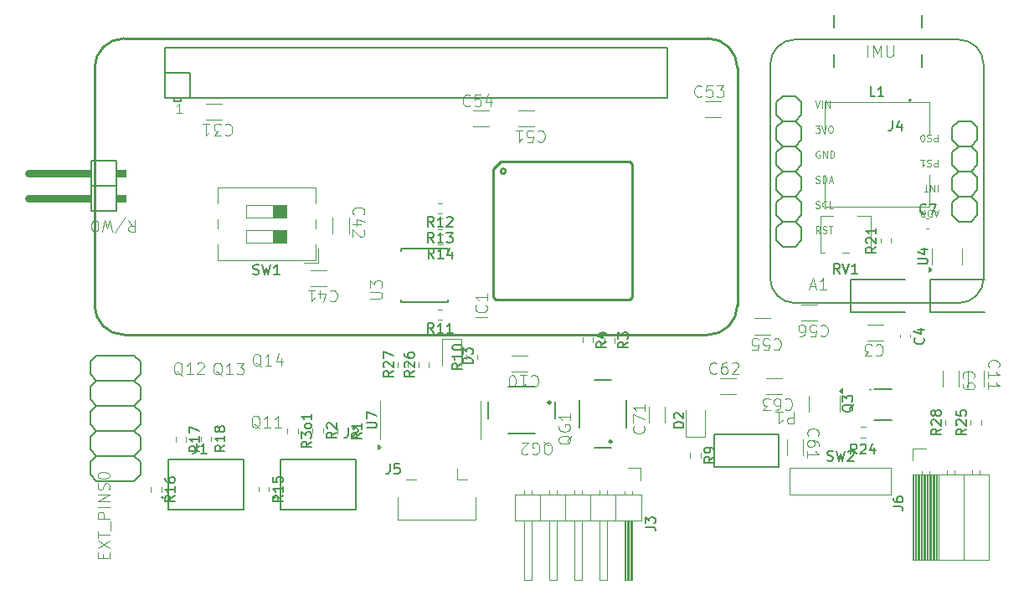
<source format=gbr>
%TF.GenerationSoftware,KiCad,Pcbnew,9.0.5*%
%TF.CreationDate,2025-10-27T17:08:41+05:30*%
%TF.ProjectId,cpm_vehicle_pcb,63706d5f-7665-4686-9963-6c655f706362,rev?*%
%TF.SameCoordinates,Original*%
%TF.FileFunction,Legend,Top*%
%TF.FilePolarity,Positive*%
%FSLAX46Y46*%
G04 Gerber Fmt 4.6, Leading zero omitted, Abs format (unit mm)*
G04 Created by KiCad (PCBNEW 9.0.5) date 2025-10-27 17:08:41*
%MOMM*%
%LPD*%
G01*
G04 APERTURE LIST*
%ADD10C,0.150000*%
%ADD11C,0.093472*%
%ADD12C,0.091440*%
%ADD13C,0.071628*%
%ADD14C,0.059822*%
%ADD15C,0.060960*%
%ADD16C,0.101600*%
%ADD17C,0.200000*%
%ADD18C,0.100000*%
%ADD19C,0.120000*%
%ADD20C,0.076200*%
%ADD21C,0.762000*%
%ADD22C,0.152400*%
%ADD23C,0.000000*%
%ADD24C,0.254000*%
%ADD25C,0.203200*%
%ADD26C,0.127000*%
G04 APERTURE END LIST*
D10*
X174561666Y-51089819D02*
X174561666Y-51804104D01*
X174561666Y-51804104D02*
X174514047Y-51946961D01*
X174514047Y-51946961D02*
X174418809Y-52042200D01*
X174418809Y-52042200D02*
X174275952Y-52089819D01*
X174275952Y-52089819D02*
X174180714Y-52089819D01*
X175466428Y-51423152D02*
X175466428Y-52089819D01*
X175228333Y-51042200D02*
X174990238Y-51756485D01*
X174990238Y-51756485D02*
X175609285Y-51756485D01*
X123739166Y-85799819D02*
X123739166Y-86514104D01*
X123739166Y-86514104D02*
X123691547Y-86656961D01*
X123691547Y-86656961D02*
X123596309Y-86752200D01*
X123596309Y-86752200D02*
X123453452Y-86799819D01*
X123453452Y-86799819D02*
X123358214Y-86799819D01*
X124691547Y-85799819D02*
X124215357Y-85799819D01*
X124215357Y-85799819D02*
X124167738Y-86276009D01*
X124167738Y-86276009D02*
X124215357Y-86228390D01*
X124215357Y-86228390D02*
X124310595Y-86180771D01*
X124310595Y-86180771D02*
X124548690Y-86180771D01*
X124548690Y-86180771D02*
X124643928Y-86228390D01*
X124643928Y-86228390D02*
X124691547Y-86276009D01*
X124691547Y-86276009D02*
X124739166Y-86371247D01*
X124739166Y-86371247D02*
X124739166Y-86609342D01*
X124739166Y-86609342D02*
X124691547Y-86704580D01*
X124691547Y-86704580D02*
X124643928Y-86752200D01*
X124643928Y-86752200D02*
X124548690Y-86799819D01*
X124548690Y-86799819D02*
X124310595Y-86799819D01*
X124310595Y-86799819D02*
X124215357Y-86752200D01*
X124215357Y-86752200D02*
X124167738Y-86704580D01*
X118334819Y-82601666D02*
X117858628Y-82934999D01*
X118334819Y-83173094D02*
X117334819Y-83173094D01*
X117334819Y-83173094D02*
X117334819Y-82792142D01*
X117334819Y-82792142D02*
X117382438Y-82696904D01*
X117382438Y-82696904D02*
X117430057Y-82649285D01*
X117430057Y-82649285D02*
X117525295Y-82601666D01*
X117525295Y-82601666D02*
X117668152Y-82601666D01*
X117668152Y-82601666D02*
X117763390Y-82649285D01*
X117763390Y-82649285D02*
X117811009Y-82696904D01*
X117811009Y-82696904D02*
X117858628Y-82792142D01*
X117858628Y-82792142D02*
X117858628Y-83173094D01*
X117430057Y-82220713D02*
X117382438Y-82173094D01*
X117382438Y-82173094D02*
X117334819Y-82077856D01*
X117334819Y-82077856D02*
X117334819Y-81839761D01*
X117334819Y-81839761D02*
X117382438Y-81744523D01*
X117382438Y-81744523D02*
X117430057Y-81696904D01*
X117430057Y-81696904D02*
X117525295Y-81649285D01*
X117525295Y-81649285D02*
X117620533Y-81649285D01*
X117620533Y-81649285D02*
X117763390Y-81696904D01*
X117763390Y-81696904D02*
X118334819Y-82268332D01*
X118334819Y-82268332D02*
X118334819Y-81649285D01*
X109916667Y-66597200D02*
X110059524Y-66644819D01*
X110059524Y-66644819D02*
X110297619Y-66644819D01*
X110297619Y-66644819D02*
X110392857Y-66597200D01*
X110392857Y-66597200D02*
X110440476Y-66549580D01*
X110440476Y-66549580D02*
X110488095Y-66454342D01*
X110488095Y-66454342D02*
X110488095Y-66359104D01*
X110488095Y-66359104D02*
X110440476Y-66263866D01*
X110440476Y-66263866D02*
X110392857Y-66216247D01*
X110392857Y-66216247D02*
X110297619Y-66168628D01*
X110297619Y-66168628D02*
X110107143Y-66121009D01*
X110107143Y-66121009D02*
X110011905Y-66073390D01*
X110011905Y-66073390D02*
X109964286Y-66025771D01*
X109964286Y-66025771D02*
X109916667Y-65930533D01*
X109916667Y-65930533D02*
X109916667Y-65835295D01*
X109916667Y-65835295D02*
X109964286Y-65740057D01*
X109964286Y-65740057D02*
X110011905Y-65692438D01*
X110011905Y-65692438D02*
X110107143Y-65644819D01*
X110107143Y-65644819D02*
X110345238Y-65644819D01*
X110345238Y-65644819D02*
X110488095Y-65692438D01*
X110821429Y-65644819D02*
X111059524Y-66644819D01*
X111059524Y-66644819D02*
X111250000Y-65930533D01*
X111250000Y-65930533D02*
X111440476Y-66644819D01*
X111440476Y-66644819D02*
X111678572Y-65644819D01*
X112583333Y-66644819D02*
X112011905Y-66644819D01*
X112297619Y-66644819D02*
X112297619Y-65644819D01*
X112297619Y-65644819D02*
X112202381Y-65787676D01*
X112202381Y-65787676D02*
X112107143Y-65882914D01*
X112107143Y-65882914D02*
X112011905Y-65930533D01*
X115794819Y-83550238D02*
X115318628Y-83883571D01*
X115794819Y-84121666D02*
X114794819Y-84121666D01*
X114794819Y-84121666D02*
X114794819Y-83740714D01*
X114794819Y-83740714D02*
X114842438Y-83645476D01*
X114842438Y-83645476D02*
X114890057Y-83597857D01*
X114890057Y-83597857D02*
X114985295Y-83550238D01*
X114985295Y-83550238D02*
X115128152Y-83550238D01*
X115128152Y-83550238D02*
X115223390Y-83597857D01*
X115223390Y-83597857D02*
X115271009Y-83645476D01*
X115271009Y-83645476D02*
X115318628Y-83740714D01*
X115318628Y-83740714D02*
X115318628Y-84121666D01*
X114794819Y-83216904D02*
X114794819Y-82597857D01*
X114794819Y-82597857D02*
X115175771Y-82931190D01*
X115175771Y-82931190D02*
X115175771Y-82788333D01*
X115175771Y-82788333D02*
X115223390Y-82693095D01*
X115223390Y-82693095D02*
X115271009Y-82645476D01*
X115271009Y-82645476D02*
X115366247Y-82597857D01*
X115366247Y-82597857D02*
X115604342Y-82597857D01*
X115604342Y-82597857D02*
X115699580Y-82645476D01*
X115699580Y-82645476D02*
X115747200Y-82693095D01*
X115747200Y-82693095D02*
X115794819Y-82788333D01*
X115794819Y-82788333D02*
X115794819Y-83074047D01*
X115794819Y-83074047D02*
X115747200Y-83169285D01*
X115747200Y-83169285D02*
X115699580Y-83216904D01*
X115794819Y-82026428D02*
X115747200Y-82121666D01*
X115747200Y-82121666D02*
X115699580Y-82169285D01*
X115699580Y-82169285D02*
X115604342Y-82216904D01*
X115604342Y-82216904D02*
X115318628Y-82216904D01*
X115318628Y-82216904D02*
X115223390Y-82169285D01*
X115223390Y-82169285D02*
X115175771Y-82121666D01*
X115175771Y-82121666D02*
X115128152Y-82026428D01*
X115128152Y-82026428D02*
X115128152Y-81883571D01*
X115128152Y-81883571D02*
X115175771Y-81788333D01*
X115175771Y-81788333D02*
X115223390Y-81740714D01*
X115223390Y-81740714D02*
X115318628Y-81693095D01*
X115318628Y-81693095D02*
X115604342Y-81693095D01*
X115604342Y-81693095D02*
X115699580Y-81740714D01*
X115699580Y-81740714D02*
X115747200Y-81788333D01*
X115747200Y-81788333D02*
X115794819Y-81883571D01*
X115794819Y-81883571D02*
X115794819Y-82026428D01*
X115794819Y-80740714D02*
X115794819Y-81312142D01*
X115794819Y-81026428D02*
X114794819Y-81026428D01*
X114794819Y-81026428D02*
X114937676Y-81121666D01*
X114937676Y-81121666D02*
X115032914Y-81216904D01*
X115032914Y-81216904D02*
X115080533Y-81312142D01*
D11*
X181762358Y-77153652D02*
X181706333Y-77097627D01*
X181706333Y-77097627D02*
X181650307Y-76929551D01*
X181650307Y-76929551D02*
X181650307Y-76817501D01*
X181650307Y-76817501D02*
X181706333Y-76649426D01*
X181706333Y-76649426D02*
X181818383Y-76537375D01*
X181818383Y-76537375D02*
X181930433Y-76481350D01*
X181930433Y-76481350D02*
X182154534Y-76425325D01*
X182154534Y-76425325D02*
X182322609Y-76425325D01*
X182322609Y-76425325D02*
X182546710Y-76481350D01*
X182546710Y-76481350D02*
X182658760Y-76537375D01*
X182658760Y-76537375D02*
X182770810Y-76649426D01*
X182770810Y-76649426D02*
X182826835Y-76817501D01*
X182826835Y-76817501D02*
X182826835Y-76929551D01*
X182826835Y-76929551D02*
X182770810Y-77097627D01*
X182770810Y-77097627D02*
X182714785Y-77153652D01*
X181650307Y-77713903D02*
X181650307Y-77938004D01*
X181650307Y-77938004D02*
X181706333Y-78050054D01*
X181706333Y-78050054D02*
X181762358Y-78106079D01*
X181762358Y-78106079D02*
X181930433Y-78218130D01*
X181930433Y-78218130D02*
X182154534Y-78274155D01*
X182154534Y-78274155D02*
X182602735Y-78274155D01*
X182602735Y-78274155D02*
X182714785Y-78218130D01*
X182714785Y-78218130D02*
X182770810Y-78162105D01*
X182770810Y-78162105D02*
X182826835Y-78050054D01*
X182826835Y-78050054D02*
X182826835Y-77825954D01*
X182826835Y-77825954D02*
X182770810Y-77713903D01*
X182770810Y-77713903D02*
X182714785Y-77657878D01*
X182714785Y-77657878D02*
X182602735Y-77601853D01*
X182602735Y-77601853D02*
X182322609Y-77601853D01*
X182322609Y-77601853D02*
X182210559Y-77657878D01*
X182210559Y-77657878D02*
X182154534Y-77713903D01*
X182154534Y-77713903D02*
X182098509Y-77825954D01*
X182098509Y-77825954D02*
X182098509Y-78050054D01*
X182098509Y-78050054D02*
X182154534Y-78162105D01*
X182154534Y-78162105D02*
X182210559Y-78218130D01*
X182210559Y-78218130D02*
X182322609Y-78274155D01*
D10*
X177933333Y-60409580D02*
X177885714Y-60457200D01*
X177885714Y-60457200D02*
X177742857Y-60504819D01*
X177742857Y-60504819D02*
X177647619Y-60504819D01*
X177647619Y-60504819D02*
X177504762Y-60457200D01*
X177504762Y-60457200D02*
X177409524Y-60361961D01*
X177409524Y-60361961D02*
X177361905Y-60266723D01*
X177361905Y-60266723D02*
X177314286Y-60076247D01*
X177314286Y-60076247D02*
X177314286Y-59933390D01*
X177314286Y-59933390D02*
X177361905Y-59742914D01*
X177361905Y-59742914D02*
X177409524Y-59647676D01*
X177409524Y-59647676D02*
X177504762Y-59552438D01*
X177504762Y-59552438D02*
X177647619Y-59504819D01*
X177647619Y-59504819D02*
X177742857Y-59504819D01*
X177742857Y-59504819D02*
X177885714Y-59552438D01*
X177885714Y-59552438D02*
X177933333Y-59600057D01*
X178266667Y-59504819D02*
X178933333Y-59504819D01*
X178933333Y-59504819D02*
X178504762Y-60504819D01*
D11*
X172856347Y-73822358D02*
X172912372Y-73766333D01*
X172912372Y-73766333D02*
X173080448Y-73710307D01*
X173080448Y-73710307D02*
X173192498Y-73710307D01*
X173192498Y-73710307D02*
X173360573Y-73766333D01*
X173360573Y-73766333D02*
X173472624Y-73878383D01*
X173472624Y-73878383D02*
X173528649Y-73990433D01*
X173528649Y-73990433D02*
X173584674Y-74214534D01*
X173584674Y-74214534D02*
X173584674Y-74382609D01*
X173584674Y-74382609D02*
X173528649Y-74606710D01*
X173528649Y-74606710D02*
X173472624Y-74718760D01*
X173472624Y-74718760D02*
X173360573Y-74830810D01*
X173360573Y-74830810D02*
X173192498Y-74886835D01*
X173192498Y-74886835D02*
X173080448Y-74886835D01*
X173080448Y-74886835D02*
X172912372Y-74830810D01*
X172912372Y-74830810D02*
X172856347Y-74774785D01*
X172464171Y-74886835D02*
X171735844Y-74886835D01*
X171735844Y-74886835D02*
X172128020Y-74438634D01*
X172128020Y-74438634D02*
X171959945Y-74438634D01*
X171959945Y-74438634D02*
X171847895Y-74382609D01*
X171847895Y-74382609D02*
X171791869Y-74326584D01*
X171791869Y-74326584D02*
X171735844Y-74214534D01*
X171735844Y-74214534D02*
X171735844Y-73934408D01*
X171735844Y-73934408D02*
X171791869Y-73822358D01*
X171791869Y-73822358D02*
X171847895Y-73766333D01*
X171847895Y-73766333D02*
X171959945Y-73710307D01*
X171959945Y-73710307D02*
X172296096Y-73710307D01*
X172296096Y-73710307D02*
X172408146Y-73766333D01*
X172408146Y-73766333D02*
X172464171Y-73822358D01*
D10*
X174604819Y-90113333D02*
X175319104Y-90113333D01*
X175319104Y-90113333D02*
X175461961Y-90160952D01*
X175461961Y-90160952D02*
X175557200Y-90256190D01*
X175557200Y-90256190D02*
X175604819Y-90399047D01*
X175604819Y-90399047D02*
X175604819Y-90494285D01*
X174604819Y-89208571D02*
X174604819Y-89399047D01*
X174604819Y-89399047D02*
X174652438Y-89494285D01*
X174652438Y-89494285D02*
X174700057Y-89541904D01*
X174700057Y-89541904D02*
X174842914Y-89637142D01*
X174842914Y-89637142D02*
X175033390Y-89684761D01*
X175033390Y-89684761D02*
X175414342Y-89684761D01*
X175414342Y-89684761D02*
X175509580Y-89637142D01*
X175509580Y-89637142D02*
X175557200Y-89589523D01*
X175557200Y-89589523D02*
X175604819Y-89494285D01*
X175604819Y-89494285D02*
X175604819Y-89303809D01*
X175604819Y-89303809D02*
X175557200Y-89208571D01*
X175557200Y-89208571D02*
X175509580Y-89160952D01*
X175509580Y-89160952D02*
X175414342Y-89113333D01*
X175414342Y-89113333D02*
X175176247Y-89113333D01*
X175176247Y-89113333D02*
X175081009Y-89160952D01*
X175081009Y-89160952D02*
X175033390Y-89208571D01*
X175033390Y-89208571D02*
X174985771Y-89303809D01*
X174985771Y-89303809D02*
X174985771Y-89494285D01*
X174985771Y-89494285D02*
X175033390Y-89589523D01*
X175033390Y-89589523D02*
X175081009Y-89637142D01*
X175081009Y-89637142D02*
X175176247Y-89684761D01*
X177659580Y-73056666D02*
X177707200Y-73104285D01*
X177707200Y-73104285D02*
X177754819Y-73247142D01*
X177754819Y-73247142D02*
X177754819Y-73342380D01*
X177754819Y-73342380D02*
X177707200Y-73485237D01*
X177707200Y-73485237D02*
X177611961Y-73580475D01*
X177611961Y-73580475D02*
X177516723Y-73628094D01*
X177516723Y-73628094D02*
X177326247Y-73675713D01*
X177326247Y-73675713D02*
X177183390Y-73675713D01*
X177183390Y-73675713D02*
X176992914Y-73628094D01*
X176992914Y-73628094D02*
X176897676Y-73580475D01*
X176897676Y-73580475D02*
X176802438Y-73485237D01*
X176802438Y-73485237D02*
X176754819Y-73342380D01*
X176754819Y-73342380D02*
X176754819Y-73247142D01*
X176754819Y-73247142D02*
X176802438Y-73104285D01*
X176802438Y-73104285D02*
X176850057Y-73056666D01*
X177088152Y-72199523D02*
X177754819Y-72199523D01*
X176707200Y-72437618D02*
X177421485Y-72675713D01*
X177421485Y-72675713D02*
X177421485Y-72056666D01*
D11*
X102761971Y-76846205D02*
X102649921Y-76790180D01*
X102649921Y-76790180D02*
X102537871Y-76678130D01*
X102537871Y-76678130D02*
X102369795Y-76510054D01*
X102369795Y-76510054D02*
X102257745Y-76454029D01*
X102257745Y-76454029D02*
X102145695Y-76454029D01*
X102201720Y-76734155D02*
X102089670Y-76678130D01*
X102089670Y-76678130D02*
X101977619Y-76566079D01*
X101977619Y-76566079D02*
X101921594Y-76341979D01*
X101921594Y-76341979D02*
X101921594Y-75949803D01*
X101921594Y-75949803D02*
X101977619Y-75725702D01*
X101977619Y-75725702D02*
X102089670Y-75613652D01*
X102089670Y-75613652D02*
X102201720Y-75557627D01*
X102201720Y-75557627D02*
X102425820Y-75557627D01*
X102425820Y-75557627D02*
X102537871Y-75613652D01*
X102537871Y-75613652D02*
X102649921Y-75725702D01*
X102649921Y-75725702D02*
X102705946Y-75949803D01*
X102705946Y-75949803D02*
X102705946Y-76341979D01*
X102705946Y-76341979D02*
X102649921Y-76566079D01*
X102649921Y-76566079D02*
X102537871Y-76678130D01*
X102537871Y-76678130D02*
X102425820Y-76734155D01*
X102425820Y-76734155D02*
X102201720Y-76734155D01*
X103826449Y-76734155D02*
X103154147Y-76734155D01*
X103490298Y-76734155D02*
X103490298Y-75557627D01*
X103490298Y-75557627D02*
X103378248Y-75725702D01*
X103378248Y-75725702D02*
X103266197Y-75837752D01*
X103266197Y-75837752D02*
X103154147Y-75893778D01*
X104274650Y-75669677D02*
X104330675Y-75613652D01*
X104330675Y-75613652D02*
X104442726Y-75557627D01*
X104442726Y-75557627D02*
X104722851Y-75557627D01*
X104722851Y-75557627D02*
X104834902Y-75613652D01*
X104834902Y-75613652D02*
X104890927Y-75669677D01*
X104890927Y-75669677D02*
X104946952Y-75781727D01*
X104946952Y-75781727D02*
X104946952Y-75893778D01*
X104946952Y-75893778D02*
X104890927Y-76061853D01*
X104890927Y-76061853D02*
X104218625Y-76734155D01*
X104218625Y-76734155D02*
X104946952Y-76734155D01*
D10*
X145604819Y-73436666D02*
X145128628Y-73769999D01*
X145604819Y-74008094D02*
X144604819Y-74008094D01*
X144604819Y-74008094D02*
X144604819Y-73627142D01*
X144604819Y-73627142D02*
X144652438Y-73531904D01*
X144652438Y-73531904D02*
X144700057Y-73484285D01*
X144700057Y-73484285D02*
X144795295Y-73436666D01*
X144795295Y-73436666D02*
X144938152Y-73436666D01*
X144938152Y-73436666D02*
X145033390Y-73484285D01*
X145033390Y-73484285D02*
X145081009Y-73531904D01*
X145081009Y-73531904D02*
X145128628Y-73627142D01*
X145128628Y-73627142D02*
X145128628Y-74008094D01*
X144938152Y-72579523D02*
X145604819Y-72579523D01*
X144557200Y-72817618D02*
X145271485Y-73055713D01*
X145271485Y-73055713D02*
X145271485Y-72436666D01*
X126194819Y-76412857D02*
X125718628Y-76746190D01*
X126194819Y-76984285D02*
X125194819Y-76984285D01*
X125194819Y-76984285D02*
X125194819Y-76603333D01*
X125194819Y-76603333D02*
X125242438Y-76508095D01*
X125242438Y-76508095D02*
X125290057Y-76460476D01*
X125290057Y-76460476D02*
X125385295Y-76412857D01*
X125385295Y-76412857D02*
X125528152Y-76412857D01*
X125528152Y-76412857D02*
X125623390Y-76460476D01*
X125623390Y-76460476D02*
X125671009Y-76508095D01*
X125671009Y-76508095D02*
X125718628Y-76603333D01*
X125718628Y-76603333D02*
X125718628Y-76984285D01*
X125290057Y-76031904D02*
X125242438Y-75984285D01*
X125242438Y-75984285D02*
X125194819Y-75889047D01*
X125194819Y-75889047D02*
X125194819Y-75650952D01*
X125194819Y-75650952D02*
X125242438Y-75555714D01*
X125242438Y-75555714D02*
X125290057Y-75508095D01*
X125290057Y-75508095D02*
X125385295Y-75460476D01*
X125385295Y-75460476D02*
X125480533Y-75460476D01*
X125480533Y-75460476D02*
X125623390Y-75508095D01*
X125623390Y-75508095D02*
X126194819Y-76079523D01*
X126194819Y-76079523D02*
X126194819Y-75460476D01*
X125194819Y-74603333D02*
X125194819Y-74793809D01*
X125194819Y-74793809D02*
X125242438Y-74889047D01*
X125242438Y-74889047D02*
X125290057Y-74936666D01*
X125290057Y-74936666D02*
X125432914Y-75031904D01*
X125432914Y-75031904D02*
X125623390Y-75079523D01*
X125623390Y-75079523D02*
X126004342Y-75079523D01*
X126004342Y-75079523D02*
X126099580Y-75031904D01*
X126099580Y-75031904D02*
X126147200Y-74984285D01*
X126147200Y-74984285D02*
X126194819Y-74889047D01*
X126194819Y-74889047D02*
X126194819Y-74698571D01*
X126194819Y-74698571D02*
X126147200Y-74603333D01*
X126147200Y-74603333D02*
X126099580Y-74555714D01*
X126099580Y-74555714D02*
X126004342Y-74508095D01*
X126004342Y-74508095D02*
X125766247Y-74508095D01*
X125766247Y-74508095D02*
X125671009Y-74555714D01*
X125671009Y-74555714D02*
X125623390Y-74603333D01*
X125623390Y-74603333D02*
X125575771Y-74698571D01*
X125575771Y-74698571D02*
X125575771Y-74889047D01*
X125575771Y-74889047D02*
X125623390Y-74984285D01*
X125623390Y-74984285D02*
X125671009Y-75031904D01*
X125671009Y-75031904D02*
X125766247Y-75079523D01*
D11*
X162546850Y-73212358D02*
X162602875Y-73156333D01*
X162602875Y-73156333D02*
X162770951Y-73100307D01*
X162770951Y-73100307D02*
X162883001Y-73100307D01*
X162883001Y-73100307D02*
X163051076Y-73156333D01*
X163051076Y-73156333D02*
X163163127Y-73268383D01*
X163163127Y-73268383D02*
X163219152Y-73380433D01*
X163219152Y-73380433D02*
X163275177Y-73604534D01*
X163275177Y-73604534D02*
X163275177Y-73772609D01*
X163275177Y-73772609D02*
X163219152Y-73996710D01*
X163219152Y-73996710D02*
X163163127Y-74108760D01*
X163163127Y-74108760D02*
X163051076Y-74220810D01*
X163051076Y-74220810D02*
X162883001Y-74276835D01*
X162883001Y-74276835D02*
X162770951Y-74276835D01*
X162770951Y-74276835D02*
X162602875Y-74220810D01*
X162602875Y-74220810D02*
X162546850Y-74164785D01*
X161482372Y-74276835D02*
X162042624Y-74276835D01*
X162042624Y-74276835D02*
X162098649Y-73716584D01*
X162098649Y-73716584D02*
X162042624Y-73772609D01*
X162042624Y-73772609D02*
X161930574Y-73828634D01*
X161930574Y-73828634D02*
X161650448Y-73828634D01*
X161650448Y-73828634D02*
X161538398Y-73772609D01*
X161538398Y-73772609D02*
X161482372Y-73716584D01*
X161482372Y-73716584D02*
X161426347Y-73604534D01*
X161426347Y-73604534D02*
X161426347Y-73324408D01*
X161426347Y-73324408D02*
X161482372Y-73212358D01*
X161482372Y-73212358D02*
X161538398Y-73156333D01*
X161538398Y-73156333D02*
X161650448Y-73100307D01*
X161650448Y-73100307D02*
X161930574Y-73100307D01*
X161930574Y-73100307D02*
X162042624Y-73156333D01*
X162042624Y-73156333D02*
X162098649Y-73212358D01*
X160361869Y-74276835D02*
X160922121Y-74276835D01*
X160922121Y-74276835D02*
X160978146Y-73716584D01*
X160978146Y-73716584D02*
X160922121Y-73772609D01*
X160922121Y-73772609D02*
X160810071Y-73828634D01*
X160810071Y-73828634D02*
X160529945Y-73828634D01*
X160529945Y-73828634D02*
X160417895Y-73772609D01*
X160417895Y-73772609D02*
X160361869Y-73716584D01*
X160361869Y-73716584D02*
X160305844Y-73604534D01*
X160305844Y-73604534D02*
X160305844Y-73324408D01*
X160305844Y-73324408D02*
X160361869Y-73212358D01*
X160361869Y-73212358D02*
X160417895Y-73156333D01*
X160417895Y-73156333D02*
X160529945Y-73100307D01*
X160529945Y-73100307D02*
X160810071Y-73100307D01*
X160810071Y-73100307D02*
X160922121Y-73156333D01*
X160922121Y-73156333D02*
X160978146Y-73212358D01*
D10*
X112884819Y-89012857D02*
X112408628Y-89346190D01*
X112884819Y-89584285D02*
X111884819Y-89584285D01*
X111884819Y-89584285D02*
X111884819Y-89203333D01*
X111884819Y-89203333D02*
X111932438Y-89108095D01*
X111932438Y-89108095D02*
X111980057Y-89060476D01*
X111980057Y-89060476D02*
X112075295Y-89012857D01*
X112075295Y-89012857D02*
X112218152Y-89012857D01*
X112218152Y-89012857D02*
X112313390Y-89060476D01*
X112313390Y-89060476D02*
X112361009Y-89108095D01*
X112361009Y-89108095D02*
X112408628Y-89203333D01*
X112408628Y-89203333D02*
X112408628Y-89584285D01*
X112884819Y-88060476D02*
X112884819Y-88631904D01*
X112884819Y-88346190D02*
X111884819Y-88346190D01*
X111884819Y-88346190D02*
X112027676Y-88441428D01*
X112027676Y-88441428D02*
X112122914Y-88536666D01*
X112122914Y-88536666D02*
X112170533Y-88631904D01*
X111884819Y-87155714D02*
X111884819Y-87631904D01*
X111884819Y-87631904D02*
X112361009Y-87679523D01*
X112361009Y-87679523D02*
X112313390Y-87631904D01*
X112313390Y-87631904D02*
X112265771Y-87536666D01*
X112265771Y-87536666D02*
X112265771Y-87298571D01*
X112265771Y-87298571D02*
X112313390Y-87203333D01*
X112313390Y-87203333D02*
X112361009Y-87155714D01*
X112361009Y-87155714D02*
X112456247Y-87108095D01*
X112456247Y-87108095D02*
X112694342Y-87108095D01*
X112694342Y-87108095D02*
X112789580Y-87155714D01*
X112789580Y-87155714D02*
X112837200Y-87203333D01*
X112837200Y-87203333D02*
X112884819Y-87298571D01*
X112884819Y-87298571D02*
X112884819Y-87536666D01*
X112884819Y-87536666D02*
X112837200Y-87631904D01*
X112837200Y-87631904D02*
X112789580Y-87679523D01*
D12*
X97280770Y-61140988D02*
X97673623Y-61702207D01*
X97954233Y-61140988D02*
X97954233Y-62319548D01*
X97954233Y-62319548D02*
X97505258Y-62319548D01*
X97505258Y-62319548D02*
X97393014Y-62263426D01*
X97393014Y-62263426D02*
X97336892Y-62207304D01*
X97336892Y-62207304D02*
X97280770Y-62095060D01*
X97280770Y-62095060D02*
X97280770Y-61926694D01*
X97280770Y-61926694D02*
X97336892Y-61814450D01*
X97336892Y-61814450D02*
X97393014Y-61758329D01*
X97393014Y-61758329D02*
X97505258Y-61702207D01*
X97505258Y-61702207D02*
X97954233Y-61702207D01*
X95933844Y-62375670D02*
X96944039Y-60860378D01*
X95653235Y-62319548D02*
X95372625Y-61140988D01*
X95372625Y-61140988D02*
X95148138Y-61982816D01*
X95148138Y-61982816D02*
X94923650Y-61140988D01*
X94923650Y-61140988D02*
X94643041Y-62319548D01*
X93969577Y-62319548D02*
X93857334Y-62319548D01*
X93857334Y-62319548D02*
X93745090Y-62263426D01*
X93745090Y-62263426D02*
X93688968Y-62207304D01*
X93688968Y-62207304D02*
X93632846Y-62095060D01*
X93632846Y-62095060D02*
X93576724Y-61870572D01*
X93576724Y-61870572D02*
X93576724Y-61589963D01*
X93576724Y-61589963D02*
X93632846Y-61365475D01*
X93632846Y-61365475D02*
X93688968Y-61253231D01*
X93688968Y-61253231D02*
X93745090Y-61197110D01*
X93745090Y-61197110D02*
X93857334Y-61140988D01*
X93857334Y-61140988D02*
X93969577Y-61140988D01*
X93969577Y-61140988D02*
X94081821Y-61197110D01*
X94081821Y-61197110D02*
X94137943Y-61253231D01*
X94137943Y-61253231D02*
X94194065Y-61365475D01*
X94194065Y-61365475D02*
X94250187Y-61589963D01*
X94250187Y-61589963D02*
X94250187Y-61870572D01*
X94250187Y-61870572D02*
X94194065Y-62095060D01*
X94194065Y-62095060D02*
X94137943Y-62207304D01*
X94137943Y-62207304D02*
X94081821Y-62263426D01*
X94081821Y-62263426D02*
X93969577Y-62319548D01*
D11*
X133544155Y-70972630D02*
X132367627Y-70972630D01*
X133432104Y-69740077D02*
X133488130Y-69796102D01*
X133488130Y-69796102D02*
X133544155Y-69964178D01*
X133544155Y-69964178D02*
X133544155Y-70076228D01*
X133544155Y-70076228D02*
X133488130Y-70244303D01*
X133488130Y-70244303D02*
X133376079Y-70356354D01*
X133376079Y-70356354D02*
X133264029Y-70412379D01*
X133264029Y-70412379D02*
X133039928Y-70468404D01*
X133039928Y-70468404D02*
X132871853Y-70468404D01*
X132871853Y-70468404D02*
X132647752Y-70412379D01*
X132647752Y-70412379D02*
X132535702Y-70356354D01*
X132535702Y-70356354D02*
X132423652Y-70244303D01*
X132423652Y-70244303D02*
X132367627Y-70076228D01*
X132367627Y-70076228D02*
X132367627Y-69964178D01*
X132367627Y-69964178D02*
X132423652Y-69796102D01*
X132423652Y-69796102D02*
X132479677Y-69740077D01*
X133544155Y-68619574D02*
X133544155Y-69291876D01*
X133544155Y-68955725D02*
X132367627Y-68955725D01*
X132367627Y-68955725D02*
X132535702Y-69067775D01*
X132535702Y-69067775D02*
X132647752Y-69179826D01*
X132647752Y-69179826D02*
X132703778Y-69291876D01*
X166042358Y-82953149D02*
X165986333Y-82897124D01*
X165986333Y-82897124D02*
X165930307Y-82729048D01*
X165930307Y-82729048D02*
X165930307Y-82616998D01*
X165930307Y-82616998D02*
X165986333Y-82448923D01*
X165986333Y-82448923D02*
X166098383Y-82336872D01*
X166098383Y-82336872D02*
X166210433Y-82280847D01*
X166210433Y-82280847D02*
X166434534Y-82224822D01*
X166434534Y-82224822D02*
X166602609Y-82224822D01*
X166602609Y-82224822D02*
X166826710Y-82280847D01*
X166826710Y-82280847D02*
X166938760Y-82336872D01*
X166938760Y-82336872D02*
X167050810Y-82448923D01*
X167050810Y-82448923D02*
X167106835Y-82616998D01*
X167106835Y-82616998D02*
X167106835Y-82729048D01*
X167106835Y-82729048D02*
X167050810Y-82897124D01*
X167050810Y-82897124D02*
X166994785Y-82953149D01*
X167106835Y-83961602D02*
X167106835Y-83737501D01*
X167106835Y-83737501D02*
X167050810Y-83625451D01*
X167050810Y-83625451D02*
X166994785Y-83569426D01*
X166994785Y-83569426D02*
X166826710Y-83457375D01*
X166826710Y-83457375D02*
X166602609Y-83401350D01*
X166602609Y-83401350D02*
X166154408Y-83401350D01*
X166154408Y-83401350D02*
X166042358Y-83457375D01*
X166042358Y-83457375D02*
X165986333Y-83513400D01*
X165986333Y-83513400D02*
X165930307Y-83625451D01*
X165930307Y-83625451D02*
X165930307Y-83849551D01*
X165930307Y-83849551D02*
X165986333Y-83961602D01*
X165986333Y-83961602D02*
X166042358Y-84017627D01*
X166042358Y-84017627D02*
X166154408Y-84073652D01*
X166154408Y-84073652D02*
X166434534Y-84073652D01*
X166434534Y-84073652D02*
X166546584Y-84017627D01*
X166546584Y-84017627D02*
X166602609Y-83961602D01*
X166602609Y-83961602D02*
X166658634Y-83849551D01*
X166658634Y-83849551D02*
X166658634Y-83625451D01*
X166658634Y-83625451D02*
X166602609Y-83513400D01*
X166602609Y-83513400D02*
X166546584Y-83457375D01*
X166546584Y-83457375D02*
X166434534Y-83401350D01*
X165930307Y-85194155D02*
X165930307Y-84521853D01*
X165930307Y-84858004D02*
X167106835Y-84858004D01*
X167106835Y-84858004D02*
X166938760Y-84745954D01*
X166938760Y-84745954D02*
X166826710Y-84633903D01*
X166826710Y-84633903D02*
X166770685Y-84521853D01*
D10*
X182014819Y-82267857D02*
X181538628Y-82601190D01*
X182014819Y-82839285D02*
X181014819Y-82839285D01*
X181014819Y-82839285D02*
X181014819Y-82458333D01*
X181014819Y-82458333D02*
X181062438Y-82363095D01*
X181062438Y-82363095D02*
X181110057Y-82315476D01*
X181110057Y-82315476D02*
X181205295Y-82267857D01*
X181205295Y-82267857D02*
X181348152Y-82267857D01*
X181348152Y-82267857D02*
X181443390Y-82315476D01*
X181443390Y-82315476D02*
X181491009Y-82363095D01*
X181491009Y-82363095D02*
X181538628Y-82458333D01*
X181538628Y-82458333D02*
X181538628Y-82839285D01*
X181110057Y-81886904D02*
X181062438Y-81839285D01*
X181062438Y-81839285D02*
X181014819Y-81744047D01*
X181014819Y-81744047D02*
X181014819Y-81505952D01*
X181014819Y-81505952D02*
X181062438Y-81410714D01*
X181062438Y-81410714D02*
X181110057Y-81363095D01*
X181110057Y-81363095D02*
X181205295Y-81315476D01*
X181205295Y-81315476D02*
X181300533Y-81315476D01*
X181300533Y-81315476D02*
X181443390Y-81363095D01*
X181443390Y-81363095D02*
X182014819Y-81934523D01*
X182014819Y-81934523D02*
X182014819Y-81315476D01*
X181014819Y-80410714D02*
X181014819Y-80886904D01*
X181014819Y-80886904D02*
X181491009Y-80934523D01*
X181491009Y-80934523D02*
X181443390Y-80886904D01*
X181443390Y-80886904D02*
X181395771Y-80791666D01*
X181395771Y-80791666D02*
X181395771Y-80553571D01*
X181395771Y-80553571D02*
X181443390Y-80458333D01*
X181443390Y-80458333D02*
X181491009Y-80410714D01*
X181491009Y-80410714D02*
X181586247Y-80363095D01*
X181586247Y-80363095D02*
X181824342Y-80363095D01*
X181824342Y-80363095D02*
X181919580Y-80410714D01*
X181919580Y-80410714D02*
X181967200Y-80458333D01*
X181967200Y-80458333D02*
X182014819Y-80553571D01*
X182014819Y-80553571D02*
X182014819Y-80791666D01*
X182014819Y-80791666D02*
X181967200Y-80886904D01*
X181967200Y-80886904D02*
X181919580Y-80934523D01*
D11*
X110591971Y-82211205D02*
X110479921Y-82155180D01*
X110479921Y-82155180D02*
X110367871Y-82043130D01*
X110367871Y-82043130D02*
X110199795Y-81875054D01*
X110199795Y-81875054D02*
X110087745Y-81819029D01*
X110087745Y-81819029D02*
X109975695Y-81819029D01*
X110031720Y-82099155D02*
X109919670Y-82043130D01*
X109919670Y-82043130D02*
X109807619Y-81931079D01*
X109807619Y-81931079D02*
X109751594Y-81706979D01*
X109751594Y-81706979D02*
X109751594Y-81314803D01*
X109751594Y-81314803D02*
X109807619Y-81090702D01*
X109807619Y-81090702D02*
X109919670Y-80978652D01*
X109919670Y-80978652D02*
X110031720Y-80922627D01*
X110031720Y-80922627D02*
X110255820Y-80922627D01*
X110255820Y-80922627D02*
X110367871Y-80978652D01*
X110367871Y-80978652D02*
X110479921Y-81090702D01*
X110479921Y-81090702D02*
X110535946Y-81314803D01*
X110535946Y-81314803D02*
X110535946Y-81706979D01*
X110535946Y-81706979D02*
X110479921Y-81931079D01*
X110479921Y-81931079D02*
X110367871Y-82043130D01*
X110367871Y-82043130D02*
X110255820Y-82099155D01*
X110255820Y-82099155D02*
X110031720Y-82099155D01*
X111656449Y-82099155D02*
X110984147Y-82099155D01*
X111320298Y-82099155D02*
X111320298Y-80922627D01*
X111320298Y-80922627D02*
X111208248Y-81090702D01*
X111208248Y-81090702D02*
X111096197Y-81202752D01*
X111096197Y-81202752D02*
X110984147Y-81258778D01*
X112776952Y-82099155D02*
X112104650Y-82099155D01*
X112440801Y-82099155D02*
X112440801Y-80922627D01*
X112440801Y-80922627D02*
X112328751Y-81090702D01*
X112328751Y-81090702D02*
X112216700Y-81202752D01*
X112216700Y-81202752D02*
X112104650Y-81258778D01*
D10*
X170929642Y-84794819D02*
X170596309Y-84318628D01*
X170358214Y-84794819D02*
X170358214Y-83794819D01*
X170358214Y-83794819D02*
X170739166Y-83794819D01*
X170739166Y-83794819D02*
X170834404Y-83842438D01*
X170834404Y-83842438D02*
X170882023Y-83890057D01*
X170882023Y-83890057D02*
X170929642Y-83985295D01*
X170929642Y-83985295D02*
X170929642Y-84128152D01*
X170929642Y-84128152D02*
X170882023Y-84223390D01*
X170882023Y-84223390D02*
X170834404Y-84271009D01*
X170834404Y-84271009D02*
X170739166Y-84318628D01*
X170739166Y-84318628D02*
X170358214Y-84318628D01*
X171310595Y-83890057D02*
X171358214Y-83842438D01*
X171358214Y-83842438D02*
X171453452Y-83794819D01*
X171453452Y-83794819D02*
X171691547Y-83794819D01*
X171691547Y-83794819D02*
X171786785Y-83842438D01*
X171786785Y-83842438D02*
X171834404Y-83890057D01*
X171834404Y-83890057D02*
X171882023Y-83985295D01*
X171882023Y-83985295D02*
X171882023Y-84080533D01*
X171882023Y-84080533D02*
X171834404Y-84223390D01*
X171834404Y-84223390D02*
X171262976Y-84794819D01*
X171262976Y-84794819D02*
X171882023Y-84794819D01*
X172739166Y-84128152D02*
X172739166Y-84794819D01*
X172501071Y-83747200D02*
X172262976Y-84461485D01*
X172262976Y-84461485D02*
X172882023Y-84461485D01*
X153434819Y-82135594D02*
X152434819Y-82135594D01*
X152434819Y-82135594D02*
X152434819Y-81897499D01*
X152434819Y-81897499D02*
X152482438Y-81754642D01*
X152482438Y-81754642D02*
X152577676Y-81659404D01*
X152577676Y-81659404D02*
X152672914Y-81611785D01*
X152672914Y-81611785D02*
X152863390Y-81564166D01*
X152863390Y-81564166D02*
X153006247Y-81564166D01*
X153006247Y-81564166D02*
X153196723Y-81611785D01*
X153196723Y-81611785D02*
X153291961Y-81659404D01*
X153291961Y-81659404D02*
X153387200Y-81754642D01*
X153387200Y-81754642D02*
X153434819Y-81897499D01*
X153434819Y-81897499D02*
X153434819Y-82135594D01*
X152530057Y-81183213D02*
X152482438Y-81135594D01*
X152482438Y-81135594D02*
X152434819Y-81040356D01*
X152434819Y-81040356D02*
X152434819Y-80802261D01*
X152434819Y-80802261D02*
X152482438Y-80707023D01*
X152482438Y-80707023D02*
X152530057Y-80659404D01*
X152530057Y-80659404D02*
X152625295Y-80611785D01*
X152625295Y-80611785D02*
X152720533Y-80611785D01*
X152720533Y-80611785D02*
X152863390Y-80659404D01*
X152863390Y-80659404D02*
X153434819Y-81230832D01*
X153434819Y-81230832D02*
X153434819Y-80611785D01*
D11*
X149387641Y-81996850D02*
X149443667Y-82052875D01*
X149443667Y-82052875D02*
X149499692Y-82220951D01*
X149499692Y-82220951D02*
X149499692Y-82333001D01*
X149499692Y-82333001D02*
X149443667Y-82501076D01*
X149443667Y-82501076D02*
X149331616Y-82613127D01*
X149331616Y-82613127D02*
X149219566Y-82669152D01*
X149219566Y-82669152D02*
X148995465Y-82725177D01*
X148995465Y-82725177D02*
X148827390Y-82725177D01*
X148827390Y-82725177D02*
X148603289Y-82669152D01*
X148603289Y-82669152D02*
X148491239Y-82613127D01*
X148491239Y-82613127D02*
X148379189Y-82501076D01*
X148379189Y-82501076D02*
X148323164Y-82333001D01*
X148323164Y-82333001D02*
X148323164Y-82220951D01*
X148323164Y-82220951D02*
X148379189Y-82052875D01*
X148379189Y-82052875D02*
X148435214Y-81996850D01*
X148323164Y-81604674D02*
X148323164Y-80820322D01*
X148323164Y-80820322D02*
X149499692Y-81324548D01*
X149499692Y-79755844D02*
X149499692Y-80428146D01*
X149499692Y-80091995D02*
X148323164Y-80091995D01*
X148323164Y-80091995D02*
X148491239Y-80204045D01*
X148491239Y-80204045D02*
X148603289Y-80316096D01*
X148603289Y-80316096D02*
X148659315Y-80428146D01*
D10*
X156514819Y-85086666D02*
X156038628Y-85419999D01*
X156514819Y-85658094D02*
X155514819Y-85658094D01*
X155514819Y-85658094D02*
X155514819Y-85277142D01*
X155514819Y-85277142D02*
X155562438Y-85181904D01*
X155562438Y-85181904D02*
X155610057Y-85134285D01*
X155610057Y-85134285D02*
X155705295Y-85086666D01*
X155705295Y-85086666D02*
X155848152Y-85086666D01*
X155848152Y-85086666D02*
X155943390Y-85134285D01*
X155943390Y-85134285D02*
X155991009Y-85181904D01*
X155991009Y-85181904D02*
X156038628Y-85277142D01*
X156038628Y-85277142D02*
X156038628Y-85658094D01*
X156514819Y-84610475D02*
X156514819Y-84419999D01*
X156514819Y-84419999D02*
X156467200Y-84324761D01*
X156467200Y-84324761D02*
X156419580Y-84277142D01*
X156419580Y-84277142D02*
X156276723Y-84181904D01*
X156276723Y-84181904D02*
X156086247Y-84134285D01*
X156086247Y-84134285D02*
X155705295Y-84134285D01*
X155705295Y-84134285D02*
X155610057Y-84181904D01*
X155610057Y-84181904D02*
X155562438Y-84229523D01*
X155562438Y-84229523D02*
X155514819Y-84324761D01*
X155514819Y-84324761D02*
X155514819Y-84515237D01*
X155514819Y-84515237D02*
X155562438Y-84610475D01*
X155562438Y-84610475D02*
X155610057Y-84658094D01*
X155610057Y-84658094D02*
X155705295Y-84705713D01*
X155705295Y-84705713D02*
X155943390Y-84705713D01*
X155943390Y-84705713D02*
X156038628Y-84658094D01*
X156038628Y-84658094D02*
X156086247Y-84610475D01*
X156086247Y-84610475D02*
X156133866Y-84515237D01*
X156133866Y-84515237D02*
X156133866Y-84324761D01*
X156133866Y-84324761D02*
X156086247Y-84229523D01*
X156086247Y-84229523D02*
X156038628Y-84181904D01*
X156038628Y-84181904D02*
X155943390Y-84134285D01*
D11*
X163686850Y-79292358D02*
X163742875Y-79236333D01*
X163742875Y-79236333D02*
X163910951Y-79180307D01*
X163910951Y-79180307D02*
X164023001Y-79180307D01*
X164023001Y-79180307D02*
X164191076Y-79236333D01*
X164191076Y-79236333D02*
X164303127Y-79348383D01*
X164303127Y-79348383D02*
X164359152Y-79460433D01*
X164359152Y-79460433D02*
X164415177Y-79684534D01*
X164415177Y-79684534D02*
X164415177Y-79852609D01*
X164415177Y-79852609D02*
X164359152Y-80076710D01*
X164359152Y-80076710D02*
X164303127Y-80188760D01*
X164303127Y-80188760D02*
X164191076Y-80300810D01*
X164191076Y-80300810D02*
X164023001Y-80356835D01*
X164023001Y-80356835D02*
X163910951Y-80356835D01*
X163910951Y-80356835D02*
X163742875Y-80300810D01*
X163742875Y-80300810D02*
X163686850Y-80244785D01*
X162678398Y-80356835D02*
X162902498Y-80356835D01*
X162902498Y-80356835D02*
X163014548Y-80300810D01*
X163014548Y-80300810D02*
X163070574Y-80244785D01*
X163070574Y-80244785D02*
X163182624Y-80076710D01*
X163182624Y-80076710D02*
X163238649Y-79852609D01*
X163238649Y-79852609D02*
X163238649Y-79404408D01*
X163238649Y-79404408D02*
X163182624Y-79292358D01*
X163182624Y-79292358D02*
X163126599Y-79236333D01*
X163126599Y-79236333D02*
X163014548Y-79180307D01*
X163014548Y-79180307D02*
X162790448Y-79180307D01*
X162790448Y-79180307D02*
X162678398Y-79236333D01*
X162678398Y-79236333D02*
X162622372Y-79292358D01*
X162622372Y-79292358D02*
X162566347Y-79404408D01*
X162566347Y-79404408D02*
X162566347Y-79684534D01*
X162566347Y-79684534D02*
X162622372Y-79796584D01*
X162622372Y-79796584D02*
X162678398Y-79852609D01*
X162678398Y-79852609D02*
X162790448Y-79908634D01*
X162790448Y-79908634D02*
X163014548Y-79908634D01*
X163014548Y-79908634D02*
X163126599Y-79852609D01*
X163126599Y-79852609D02*
X163182624Y-79796584D01*
X163182624Y-79796584D02*
X163238649Y-79684534D01*
X162174171Y-80356835D02*
X161445844Y-80356835D01*
X161445844Y-80356835D02*
X161838020Y-79908634D01*
X161838020Y-79908634D02*
X161669945Y-79908634D01*
X161669945Y-79908634D02*
X161557895Y-79852609D01*
X161557895Y-79852609D02*
X161501869Y-79796584D01*
X161501869Y-79796584D02*
X161445844Y-79684534D01*
X161445844Y-79684534D02*
X161445844Y-79404408D01*
X161445844Y-79404408D02*
X161501869Y-79292358D01*
X161501869Y-79292358D02*
X161557895Y-79236333D01*
X161557895Y-79236333D02*
X161669945Y-79180307D01*
X161669945Y-79180307D02*
X162006096Y-79180307D01*
X162006096Y-79180307D02*
X162118146Y-79236333D01*
X162118146Y-79236333D02*
X162174171Y-79292358D01*
D10*
X149567319Y-92193333D02*
X150281604Y-92193333D01*
X150281604Y-92193333D02*
X150424461Y-92240952D01*
X150424461Y-92240952D02*
X150519700Y-92336190D01*
X150519700Y-92336190D02*
X150567319Y-92479047D01*
X150567319Y-92479047D02*
X150567319Y-92574285D01*
X149567319Y-91812380D02*
X149567319Y-91193333D01*
X149567319Y-91193333D02*
X149948271Y-91526666D01*
X149948271Y-91526666D02*
X149948271Y-91383809D01*
X149948271Y-91383809D02*
X149995890Y-91288571D01*
X149995890Y-91288571D02*
X150043509Y-91240952D01*
X150043509Y-91240952D02*
X150138747Y-91193333D01*
X150138747Y-91193333D02*
X150376842Y-91193333D01*
X150376842Y-91193333D02*
X150472080Y-91240952D01*
X150472080Y-91240952D02*
X150519700Y-91288571D01*
X150519700Y-91288571D02*
X150567319Y-91383809D01*
X150567319Y-91383809D02*
X150567319Y-91669523D01*
X150567319Y-91669523D02*
X150519700Y-91764761D01*
X150519700Y-91764761D02*
X150472080Y-91812380D01*
X172884819Y-63847857D02*
X172408628Y-64181190D01*
X172884819Y-64419285D02*
X171884819Y-64419285D01*
X171884819Y-64419285D02*
X171884819Y-64038333D01*
X171884819Y-64038333D02*
X171932438Y-63943095D01*
X171932438Y-63943095D02*
X171980057Y-63895476D01*
X171980057Y-63895476D02*
X172075295Y-63847857D01*
X172075295Y-63847857D02*
X172218152Y-63847857D01*
X172218152Y-63847857D02*
X172313390Y-63895476D01*
X172313390Y-63895476D02*
X172361009Y-63943095D01*
X172361009Y-63943095D02*
X172408628Y-64038333D01*
X172408628Y-64038333D02*
X172408628Y-64419285D01*
X171980057Y-63466904D02*
X171932438Y-63419285D01*
X171932438Y-63419285D02*
X171884819Y-63324047D01*
X171884819Y-63324047D02*
X171884819Y-63085952D01*
X171884819Y-63085952D02*
X171932438Y-62990714D01*
X171932438Y-62990714D02*
X171980057Y-62943095D01*
X171980057Y-62943095D02*
X172075295Y-62895476D01*
X172075295Y-62895476D02*
X172170533Y-62895476D01*
X172170533Y-62895476D02*
X172313390Y-62943095D01*
X172313390Y-62943095D02*
X172884819Y-63514523D01*
X172884819Y-63514523D02*
X172884819Y-62895476D01*
X172884819Y-61943095D02*
X172884819Y-62514523D01*
X172884819Y-62228809D02*
X171884819Y-62228809D01*
X171884819Y-62228809D02*
X172027676Y-62324047D01*
X172027676Y-62324047D02*
X172122914Y-62419285D01*
X172122914Y-62419285D02*
X172170533Y-62514523D01*
X128167142Y-63414819D02*
X127833809Y-62938628D01*
X127595714Y-63414819D02*
X127595714Y-62414819D01*
X127595714Y-62414819D02*
X127976666Y-62414819D01*
X127976666Y-62414819D02*
X128071904Y-62462438D01*
X128071904Y-62462438D02*
X128119523Y-62510057D01*
X128119523Y-62510057D02*
X128167142Y-62605295D01*
X128167142Y-62605295D02*
X128167142Y-62748152D01*
X128167142Y-62748152D02*
X128119523Y-62843390D01*
X128119523Y-62843390D02*
X128071904Y-62891009D01*
X128071904Y-62891009D02*
X127976666Y-62938628D01*
X127976666Y-62938628D02*
X127595714Y-62938628D01*
X129119523Y-63414819D02*
X128548095Y-63414819D01*
X128833809Y-63414819D02*
X128833809Y-62414819D01*
X128833809Y-62414819D02*
X128738571Y-62557676D01*
X128738571Y-62557676D02*
X128643333Y-62652914D01*
X128643333Y-62652914D02*
X128548095Y-62700533D01*
X129452857Y-62414819D02*
X130071904Y-62414819D01*
X130071904Y-62414819D02*
X129738571Y-62795771D01*
X129738571Y-62795771D02*
X129881428Y-62795771D01*
X129881428Y-62795771D02*
X129976666Y-62843390D01*
X129976666Y-62843390D02*
X130024285Y-62891009D01*
X130024285Y-62891009D02*
X130071904Y-62986247D01*
X130071904Y-62986247D02*
X130071904Y-63224342D01*
X130071904Y-63224342D02*
X130024285Y-63319580D01*
X130024285Y-63319580D02*
X129976666Y-63367200D01*
X129976666Y-63367200D02*
X129881428Y-63414819D01*
X129881428Y-63414819D02*
X129595714Y-63414819D01*
X129595714Y-63414819D02*
X129500476Y-63367200D01*
X129500476Y-63367200D02*
X129452857Y-63319580D01*
D11*
X138006850Y-76952358D02*
X138062875Y-76896333D01*
X138062875Y-76896333D02*
X138230951Y-76840307D01*
X138230951Y-76840307D02*
X138343001Y-76840307D01*
X138343001Y-76840307D02*
X138511076Y-76896333D01*
X138511076Y-76896333D02*
X138623127Y-77008383D01*
X138623127Y-77008383D02*
X138679152Y-77120433D01*
X138679152Y-77120433D02*
X138735177Y-77344534D01*
X138735177Y-77344534D02*
X138735177Y-77512609D01*
X138735177Y-77512609D02*
X138679152Y-77736710D01*
X138679152Y-77736710D02*
X138623127Y-77848760D01*
X138623127Y-77848760D02*
X138511076Y-77960810D01*
X138511076Y-77960810D02*
X138343001Y-78016835D01*
X138343001Y-78016835D02*
X138230951Y-78016835D01*
X138230951Y-78016835D02*
X138062875Y-77960810D01*
X138062875Y-77960810D02*
X138006850Y-77904785D01*
X136886347Y-76840307D02*
X137558649Y-76840307D01*
X137222498Y-76840307D02*
X137222498Y-78016835D01*
X137222498Y-78016835D02*
X137334548Y-77848760D01*
X137334548Y-77848760D02*
X137446599Y-77736710D01*
X137446599Y-77736710D02*
X137558649Y-77680685D01*
X136158020Y-78016835D02*
X136045970Y-78016835D01*
X136045970Y-78016835D02*
X135933920Y-77960810D01*
X135933920Y-77960810D02*
X135877895Y-77904785D01*
X135877895Y-77904785D02*
X135821869Y-77792735D01*
X135821869Y-77792735D02*
X135765844Y-77568634D01*
X135765844Y-77568634D02*
X135765844Y-77288509D01*
X135765844Y-77288509D02*
X135821869Y-77064408D01*
X135821869Y-77064408D02*
X135877895Y-76952358D01*
X135877895Y-76952358D02*
X135933920Y-76896333D01*
X135933920Y-76896333D02*
X136045970Y-76840307D01*
X136045970Y-76840307D02*
X136158020Y-76840307D01*
X136158020Y-76840307D02*
X136270071Y-76896333D01*
X136270071Y-76896333D02*
X136326096Y-76952358D01*
X136326096Y-76952358D02*
X136382121Y-77064408D01*
X136382121Y-77064408D02*
X136438146Y-77288509D01*
X136438146Y-77288509D02*
X136438146Y-77568634D01*
X136438146Y-77568634D02*
X136382121Y-77792735D01*
X136382121Y-77792735D02*
X136326096Y-77904785D01*
X136326096Y-77904785D02*
X136270071Y-77960810D01*
X136270071Y-77960810D02*
X136158020Y-78016835D01*
X107066850Y-51522358D02*
X107122875Y-51466333D01*
X107122875Y-51466333D02*
X107290951Y-51410307D01*
X107290951Y-51410307D02*
X107403001Y-51410307D01*
X107403001Y-51410307D02*
X107571076Y-51466333D01*
X107571076Y-51466333D02*
X107683127Y-51578383D01*
X107683127Y-51578383D02*
X107739152Y-51690433D01*
X107739152Y-51690433D02*
X107795177Y-51914534D01*
X107795177Y-51914534D02*
X107795177Y-52082609D01*
X107795177Y-52082609D02*
X107739152Y-52306710D01*
X107739152Y-52306710D02*
X107683127Y-52418760D01*
X107683127Y-52418760D02*
X107571076Y-52530810D01*
X107571076Y-52530810D02*
X107403001Y-52586835D01*
X107403001Y-52586835D02*
X107290951Y-52586835D01*
X107290951Y-52586835D02*
X107122875Y-52530810D01*
X107122875Y-52530810D02*
X107066850Y-52474785D01*
X106674674Y-52586835D02*
X105946347Y-52586835D01*
X105946347Y-52586835D02*
X106338523Y-52138634D01*
X106338523Y-52138634D02*
X106170448Y-52138634D01*
X106170448Y-52138634D02*
X106058398Y-52082609D01*
X106058398Y-52082609D02*
X106002372Y-52026584D01*
X106002372Y-52026584D02*
X105946347Y-51914534D01*
X105946347Y-51914534D02*
X105946347Y-51634408D01*
X105946347Y-51634408D02*
X106002372Y-51522358D01*
X106002372Y-51522358D02*
X106058398Y-51466333D01*
X106058398Y-51466333D02*
X106170448Y-51410307D01*
X106170448Y-51410307D02*
X106506599Y-51410307D01*
X106506599Y-51410307D02*
X106618649Y-51466333D01*
X106618649Y-51466333D02*
X106674674Y-51522358D01*
X104825844Y-51410307D02*
X105498146Y-51410307D01*
X105161995Y-51410307D02*
X105161995Y-52586835D01*
X105161995Y-52586835D02*
X105274045Y-52418760D01*
X105274045Y-52418760D02*
X105386096Y-52306710D01*
X105386096Y-52306710D02*
X105498146Y-52250685D01*
X167286850Y-71842358D02*
X167342875Y-71786333D01*
X167342875Y-71786333D02*
X167510951Y-71730307D01*
X167510951Y-71730307D02*
X167623001Y-71730307D01*
X167623001Y-71730307D02*
X167791076Y-71786333D01*
X167791076Y-71786333D02*
X167903127Y-71898383D01*
X167903127Y-71898383D02*
X167959152Y-72010433D01*
X167959152Y-72010433D02*
X168015177Y-72234534D01*
X168015177Y-72234534D02*
X168015177Y-72402609D01*
X168015177Y-72402609D02*
X167959152Y-72626710D01*
X167959152Y-72626710D02*
X167903127Y-72738760D01*
X167903127Y-72738760D02*
X167791076Y-72850810D01*
X167791076Y-72850810D02*
X167623001Y-72906835D01*
X167623001Y-72906835D02*
X167510951Y-72906835D01*
X167510951Y-72906835D02*
X167342875Y-72850810D01*
X167342875Y-72850810D02*
X167286850Y-72794785D01*
X166222372Y-72906835D02*
X166782624Y-72906835D01*
X166782624Y-72906835D02*
X166838649Y-72346584D01*
X166838649Y-72346584D02*
X166782624Y-72402609D01*
X166782624Y-72402609D02*
X166670574Y-72458634D01*
X166670574Y-72458634D02*
X166390448Y-72458634D01*
X166390448Y-72458634D02*
X166278398Y-72402609D01*
X166278398Y-72402609D02*
X166222372Y-72346584D01*
X166222372Y-72346584D02*
X166166347Y-72234534D01*
X166166347Y-72234534D02*
X166166347Y-71954408D01*
X166166347Y-71954408D02*
X166222372Y-71842358D01*
X166222372Y-71842358D02*
X166278398Y-71786333D01*
X166278398Y-71786333D02*
X166390448Y-71730307D01*
X166390448Y-71730307D02*
X166670574Y-71730307D01*
X166670574Y-71730307D02*
X166782624Y-71786333D01*
X166782624Y-71786333D02*
X166838649Y-71842358D01*
X165157895Y-72906835D02*
X165381995Y-72906835D01*
X165381995Y-72906835D02*
X165494045Y-72850810D01*
X165494045Y-72850810D02*
X165550071Y-72794785D01*
X165550071Y-72794785D02*
X165662121Y-72626710D01*
X165662121Y-72626710D02*
X165718146Y-72402609D01*
X165718146Y-72402609D02*
X165718146Y-71954408D01*
X165718146Y-71954408D02*
X165662121Y-71842358D01*
X165662121Y-71842358D02*
X165606096Y-71786333D01*
X165606096Y-71786333D02*
X165494045Y-71730307D01*
X165494045Y-71730307D02*
X165269945Y-71730307D01*
X165269945Y-71730307D02*
X165157895Y-71786333D01*
X165157895Y-71786333D02*
X165101869Y-71842358D01*
X165101869Y-71842358D02*
X165045844Y-71954408D01*
X165045844Y-71954408D02*
X165045844Y-72234534D01*
X165045844Y-72234534D02*
X165101869Y-72346584D01*
X165101869Y-72346584D02*
X165157895Y-72402609D01*
X165157895Y-72402609D02*
X165269945Y-72458634D01*
X165269945Y-72458634D02*
X165494045Y-72458634D01*
X165494045Y-72458634D02*
X165606096Y-72402609D01*
X165606096Y-72402609D02*
X165662121Y-72346584D01*
X165662121Y-72346584D02*
X165718146Y-72234534D01*
X138676850Y-52162358D02*
X138732875Y-52106333D01*
X138732875Y-52106333D02*
X138900951Y-52050307D01*
X138900951Y-52050307D02*
X139013001Y-52050307D01*
X139013001Y-52050307D02*
X139181076Y-52106333D01*
X139181076Y-52106333D02*
X139293127Y-52218383D01*
X139293127Y-52218383D02*
X139349152Y-52330433D01*
X139349152Y-52330433D02*
X139405177Y-52554534D01*
X139405177Y-52554534D02*
X139405177Y-52722609D01*
X139405177Y-52722609D02*
X139349152Y-52946710D01*
X139349152Y-52946710D02*
X139293127Y-53058760D01*
X139293127Y-53058760D02*
X139181076Y-53170810D01*
X139181076Y-53170810D02*
X139013001Y-53226835D01*
X139013001Y-53226835D02*
X138900951Y-53226835D01*
X138900951Y-53226835D02*
X138732875Y-53170810D01*
X138732875Y-53170810D02*
X138676850Y-53114785D01*
X137612372Y-53226835D02*
X138172624Y-53226835D01*
X138172624Y-53226835D02*
X138228649Y-52666584D01*
X138228649Y-52666584D02*
X138172624Y-52722609D01*
X138172624Y-52722609D02*
X138060574Y-52778634D01*
X138060574Y-52778634D02*
X137780448Y-52778634D01*
X137780448Y-52778634D02*
X137668398Y-52722609D01*
X137668398Y-52722609D02*
X137612372Y-52666584D01*
X137612372Y-52666584D02*
X137556347Y-52554534D01*
X137556347Y-52554534D02*
X137556347Y-52274408D01*
X137556347Y-52274408D02*
X137612372Y-52162358D01*
X137612372Y-52162358D02*
X137668398Y-52106333D01*
X137668398Y-52106333D02*
X137780448Y-52050307D01*
X137780448Y-52050307D02*
X138060574Y-52050307D01*
X138060574Y-52050307D02*
X138172624Y-52106333D01*
X138172624Y-52106333D02*
X138228649Y-52162358D01*
X136435844Y-52050307D02*
X137108146Y-52050307D01*
X136771995Y-52050307D02*
X136771995Y-53226835D01*
X136771995Y-53226835D02*
X136884045Y-53058760D01*
X136884045Y-53058760D02*
X136996096Y-52946710D01*
X136996096Y-52946710D02*
X137108146Y-52890685D01*
D10*
X132104819Y-75618094D02*
X131104819Y-75618094D01*
X131104819Y-75618094D02*
X131104819Y-75379999D01*
X131104819Y-75379999D02*
X131152438Y-75237142D01*
X131152438Y-75237142D02*
X131247676Y-75141904D01*
X131247676Y-75141904D02*
X131342914Y-75094285D01*
X131342914Y-75094285D02*
X131533390Y-75046666D01*
X131533390Y-75046666D02*
X131676247Y-75046666D01*
X131676247Y-75046666D02*
X131866723Y-75094285D01*
X131866723Y-75094285D02*
X131961961Y-75141904D01*
X131961961Y-75141904D02*
X132057200Y-75237142D01*
X132057200Y-75237142D02*
X132104819Y-75379999D01*
X132104819Y-75379999D02*
X132104819Y-75618094D01*
X131104819Y-74713332D02*
X131104819Y-74094285D01*
X131104819Y-74094285D02*
X131485771Y-74427618D01*
X131485771Y-74427618D02*
X131485771Y-74284761D01*
X131485771Y-74284761D02*
X131533390Y-74189523D01*
X131533390Y-74189523D02*
X131581009Y-74141904D01*
X131581009Y-74141904D02*
X131676247Y-74094285D01*
X131676247Y-74094285D02*
X131914342Y-74094285D01*
X131914342Y-74094285D02*
X132009580Y-74141904D01*
X132009580Y-74141904D02*
X132057200Y-74189523D01*
X132057200Y-74189523D02*
X132104819Y-74284761D01*
X132104819Y-74284761D02*
X132104819Y-74570475D01*
X132104819Y-74570475D02*
X132057200Y-74665713D01*
X132057200Y-74665713D02*
X132009580Y-74713332D01*
D11*
X142089705Y-82943528D02*
X142033680Y-83055578D01*
X142033680Y-83055578D02*
X141921630Y-83167628D01*
X141921630Y-83167628D02*
X141753554Y-83335704D01*
X141753554Y-83335704D02*
X141697529Y-83447754D01*
X141697529Y-83447754D02*
X141697529Y-83559804D01*
X141977655Y-83503779D02*
X141921630Y-83615830D01*
X141921630Y-83615830D02*
X141809579Y-83727880D01*
X141809579Y-83727880D02*
X141585479Y-83783905D01*
X141585479Y-83783905D02*
X141193303Y-83783905D01*
X141193303Y-83783905D02*
X140969202Y-83727880D01*
X140969202Y-83727880D02*
X140857152Y-83615830D01*
X140857152Y-83615830D02*
X140801127Y-83503779D01*
X140801127Y-83503779D02*
X140801127Y-83279679D01*
X140801127Y-83279679D02*
X140857152Y-83167628D01*
X140857152Y-83167628D02*
X140969202Y-83055578D01*
X140969202Y-83055578D02*
X141193303Y-82999553D01*
X141193303Y-82999553D02*
X141585479Y-82999553D01*
X141585479Y-82999553D02*
X141809579Y-83055578D01*
X141809579Y-83055578D02*
X141921630Y-83167628D01*
X141921630Y-83167628D02*
X141977655Y-83279679D01*
X141977655Y-83279679D02*
X141977655Y-83503779D01*
X140857152Y-81879050D02*
X140801127Y-81991101D01*
X140801127Y-81991101D02*
X140801127Y-82159176D01*
X140801127Y-82159176D02*
X140857152Y-82327251D01*
X140857152Y-82327251D02*
X140969202Y-82439302D01*
X140969202Y-82439302D02*
X141081252Y-82495327D01*
X141081252Y-82495327D02*
X141305353Y-82551352D01*
X141305353Y-82551352D02*
X141473428Y-82551352D01*
X141473428Y-82551352D02*
X141697529Y-82495327D01*
X141697529Y-82495327D02*
X141809579Y-82439302D01*
X141809579Y-82439302D02*
X141921630Y-82327251D01*
X141921630Y-82327251D02*
X141977655Y-82159176D01*
X141977655Y-82159176D02*
X141977655Y-82047126D01*
X141977655Y-82047126D02*
X141921630Y-81879050D01*
X141921630Y-81879050D02*
X141865604Y-81823025D01*
X141865604Y-81823025D02*
X141473428Y-81823025D01*
X141473428Y-81823025D02*
X141473428Y-82047126D01*
X141977655Y-80702522D02*
X141977655Y-81374824D01*
X141977655Y-81038673D02*
X140801127Y-81038673D01*
X140801127Y-81038673D02*
X140969202Y-81150723D01*
X140969202Y-81150723D02*
X141081252Y-81262774D01*
X141081252Y-81262774D02*
X141137278Y-81374824D01*
D10*
X179454819Y-82267857D02*
X178978628Y-82601190D01*
X179454819Y-82839285D02*
X178454819Y-82839285D01*
X178454819Y-82839285D02*
X178454819Y-82458333D01*
X178454819Y-82458333D02*
X178502438Y-82363095D01*
X178502438Y-82363095D02*
X178550057Y-82315476D01*
X178550057Y-82315476D02*
X178645295Y-82267857D01*
X178645295Y-82267857D02*
X178788152Y-82267857D01*
X178788152Y-82267857D02*
X178883390Y-82315476D01*
X178883390Y-82315476D02*
X178931009Y-82363095D01*
X178931009Y-82363095D02*
X178978628Y-82458333D01*
X178978628Y-82458333D02*
X178978628Y-82839285D01*
X178550057Y-81886904D02*
X178502438Y-81839285D01*
X178502438Y-81839285D02*
X178454819Y-81744047D01*
X178454819Y-81744047D02*
X178454819Y-81505952D01*
X178454819Y-81505952D02*
X178502438Y-81410714D01*
X178502438Y-81410714D02*
X178550057Y-81363095D01*
X178550057Y-81363095D02*
X178645295Y-81315476D01*
X178645295Y-81315476D02*
X178740533Y-81315476D01*
X178740533Y-81315476D02*
X178883390Y-81363095D01*
X178883390Y-81363095D02*
X179454819Y-81934523D01*
X179454819Y-81934523D02*
X179454819Y-81315476D01*
X178883390Y-80744047D02*
X178835771Y-80839285D01*
X178835771Y-80839285D02*
X178788152Y-80886904D01*
X178788152Y-80886904D02*
X178692914Y-80934523D01*
X178692914Y-80934523D02*
X178645295Y-80934523D01*
X178645295Y-80934523D02*
X178550057Y-80886904D01*
X178550057Y-80886904D02*
X178502438Y-80839285D01*
X178502438Y-80839285D02*
X178454819Y-80744047D01*
X178454819Y-80744047D02*
X178454819Y-80553571D01*
X178454819Y-80553571D02*
X178502438Y-80458333D01*
X178502438Y-80458333D02*
X178550057Y-80410714D01*
X178550057Y-80410714D02*
X178645295Y-80363095D01*
X178645295Y-80363095D02*
X178692914Y-80363095D01*
X178692914Y-80363095D02*
X178788152Y-80410714D01*
X178788152Y-80410714D02*
X178835771Y-80458333D01*
X178835771Y-80458333D02*
X178883390Y-80553571D01*
X178883390Y-80553571D02*
X178883390Y-80744047D01*
X178883390Y-80744047D02*
X178931009Y-80839285D01*
X178931009Y-80839285D02*
X178978628Y-80886904D01*
X178978628Y-80886904D02*
X179073866Y-80934523D01*
X179073866Y-80934523D02*
X179264342Y-80934523D01*
X179264342Y-80934523D02*
X179359580Y-80886904D01*
X179359580Y-80886904D02*
X179407200Y-80839285D01*
X179407200Y-80839285D02*
X179454819Y-80744047D01*
X179454819Y-80744047D02*
X179454819Y-80553571D01*
X179454819Y-80553571D02*
X179407200Y-80458333D01*
X179407200Y-80458333D02*
X179359580Y-80410714D01*
X179359580Y-80410714D02*
X179264342Y-80363095D01*
X179264342Y-80363095D02*
X179073866Y-80363095D01*
X179073866Y-80363095D02*
X178978628Y-80410714D01*
X178978628Y-80410714D02*
X178931009Y-80458333D01*
X178931009Y-80458333D02*
X178883390Y-80553571D01*
X128167142Y-61814819D02*
X127833809Y-61338628D01*
X127595714Y-61814819D02*
X127595714Y-60814819D01*
X127595714Y-60814819D02*
X127976666Y-60814819D01*
X127976666Y-60814819D02*
X128071904Y-60862438D01*
X128071904Y-60862438D02*
X128119523Y-60910057D01*
X128119523Y-60910057D02*
X128167142Y-61005295D01*
X128167142Y-61005295D02*
X128167142Y-61148152D01*
X128167142Y-61148152D02*
X128119523Y-61243390D01*
X128119523Y-61243390D02*
X128071904Y-61291009D01*
X128071904Y-61291009D02*
X127976666Y-61338628D01*
X127976666Y-61338628D02*
X127595714Y-61338628D01*
X129119523Y-61814819D02*
X128548095Y-61814819D01*
X128833809Y-61814819D02*
X128833809Y-60814819D01*
X128833809Y-60814819D02*
X128738571Y-60957676D01*
X128738571Y-60957676D02*
X128643333Y-61052914D01*
X128643333Y-61052914D02*
X128548095Y-61100533D01*
X129500476Y-60910057D02*
X129548095Y-60862438D01*
X129548095Y-60862438D02*
X129643333Y-60814819D01*
X129643333Y-60814819D02*
X129881428Y-60814819D01*
X129881428Y-60814819D02*
X129976666Y-60862438D01*
X129976666Y-60862438D02*
X130024285Y-60910057D01*
X130024285Y-60910057D02*
X130071904Y-61005295D01*
X130071904Y-61005295D02*
X130071904Y-61100533D01*
X130071904Y-61100533D02*
X130024285Y-61243390D01*
X130024285Y-61243390D02*
X129452857Y-61814819D01*
X129452857Y-61814819D02*
X130071904Y-61814819D01*
X172813333Y-48604819D02*
X172337143Y-48604819D01*
X172337143Y-48604819D02*
X172337143Y-47604819D01*
X173670476Y-48604819D02*
X173099048Y-48604819D01*
X173384762Y-48604819D02*
X173384762Y-47604819D01*
X173384762Y-47604819D02*
X173289524Y-47747676D01*
X173289524Y-47747676D02*
X173194286Y-47842914D01*
X173194286Y-47842914D02*
X173099048Y-47890533D01*
D11*
X155253149Y-48577641D02*
X155197124Y-48633667D01*
X155197124Y-48633667D02*
X155029048Y-48689692D01*
X155029048Y-48689692D02*
X154916998Y-48689692D01*
X154916998Y-48689692D02*
X154748923Y-48633667D01*
X154748923Y-48633667D02*
X154636872Y-48521616D01*
X154636872Y-48521616D02*
X154580847Y-48409566D01*
X154580847Y-48409566D02*
X154524822Y-48185465D01*
X154524822Y-48185465D02*
X154524822Y-48017390D01*
X154524822Y-48017390D02*
X154580847Y-47793289D01*
X154580847Y-47793289D02*
X154636872Y-47681239D01*
X154636872Y-47681239D02*
X154748923Y-47569189D01*
X154748923Y-47569189D02*
X154916998Y-47513164D01*
X154916998Y-47513164D02*
X155029048Y-47513164D01*
X155029048Y-47513164D02*
X155197124Y-47569189D01*
X155197124Y-47569189D02*
X155253149Y-47625214D01*
X156317627Y-47513164D02*
X155757375Y-47513164D01*
X155757375Y-47513164D02*
X155701350Y-48073415D01*
X155701350Y-48073415D02*
X155757375Y-48017390D01*
X155757375Y-48017390D02*
X155869426Y-47961365D01*
X155869426Y-47961365D02*
X156149551Y-47961365D01*
X156149551Y-47961365D02*
X156261602Y-48017390D01*
X156261602Y-48017390D02*
X156317627Y-48073415D01*
X156317627Y-48073415D02*
X156373652Y-48185465D01*
X156373652Y-48185465D02*
X156373652Y-48465591D01*
X156373652Y-48465591D02*
X156317627Y-48577641D01*
X156317627Y-48577641D02*
X156261602Y-48633667D01*
X156261602Y-48633667D02*
X156149551Y-48689692D01*
X156149551Y-48689692D02*
X155869426Y-48689692D01*
X155869426Y-48689692D02*
X155757375Y-48633667D01*
X155757375Y-48633667D02*
X155701350Y-48577641D01*
X156765828Y-47513164D02*
X157494155Y-47513164D01*
X157494155Y-47513164D02*
X157101979Y-47961365D01*
X157101979Y-47961365D02*
X157270054Y-47961365D01*
X157270054Y-47961365D02*
X157382105Y-48017390D01*
X157382105Y-48017390D02*
X157438130Y-48073415D01*
X157438130Y-48073415D02*
X157494155Y-48185465D01*
X157494155Y-48185465D02*
X157494155Y-48465591D01*
X157494155Y-48465591D02*
X157438130Y-48577641D01*
X157438130Y-48577641D02*
X157382105Y-48633667D01*
X157382105Y-48633667D02*
X157270054Y-48689692D01*
X157270054Y-48689692D02*
X156933903Y-48689692D01*
X156933903Y-48689692D02*
X156821853Y-48633667D01*
X156821853Y-48633667D02*
X156765828Y-48577641D01*
X110711971Y-75981205D02*
X110599921Y-75925180D01*
X110599921Y-75925180D02*
X110487871Y-75813130D01*
X110487871Y-75813130D02*
X110319795Y-75645054D01*
X110319795Y-75645054D02*
X110207745Y-75589029D01*
X110207745Y-75589029D02*
X110095695Y-75589029D01*
X110151720Y-75869155D02*
X110039670Y-75813130D01*
X110039670Y-75813130D02*
X109927619Y-75701079D01*
X109927619Y-75701079D02*
X109871594Y-75476979D01*
X109871594Y-75476979D02*
X109871594Y-75084803D01*
X109871594Y-75084803D02*
X109927619Y-74860702D01*
X109927619Y-74860702D02*
X110039670Y-74748652D01*
X110039670Y-74748652D02*
X110151720Y-74692627D01*
X110151720Y-74692627D02*
X110375820Y-74692627D01*
X110375820Y-74692627D02*
X110487871Y-74748652D01*
X110487871Y-74748652D02*
X110599921Y-74860702D01*
X110599921Y-74860702D02*
X110655946Y-75084803D01*
X110655946Y-75084803D02*
X110655946Y-75476979D01*
X110655946Y-75476979D02*
X110599921Y-75701079D01*
X110599921Y-75701079D02*
X110487871Y-75813130D01*
X110487871Y-75813130D02*
X110375820Y-75869155D01*
X110375820Y-75869155D02*
X110151720Y-75869155D01*
X111776449Y-75869155D02*
X111104147Y-75869155D01*
X111440298Y-75869155D02*
X111440298Y-74692627D01*
X111440298Y-74692627D02*
X111328248Y-74860702D01*
X111328248Y-74860702D02*
X111216197Y-74972752D01*
X111216197Y-74972752D02*
X111104147Y-75028778D01*
X112784902Y-75084803D02*
X112784902Y-75869155D01*
X112504776Y-74636602D02*
X112224650Y-75476979D01*
X112224650Y-75476979D02*
X112952977Y-75476979D01*
D10*
X167966667Y-85437200D02*
X168109524Y-85484819D01*
X168109524Y-85484819D02*
X168347619Y-85484819D01*
X168347619Y-85484819D02*
X168442857Y-85437200D01*
X168442857Y-85437200D02*
X168490476Y-85389580D01*
X168490476Y-85389580D02*
X168538095Y-85294342D01*
X168538095Y-85294342D02*
X168538095Y-85199104D01*
X168538095Y-85199104D02*
X168490476Y-85103866D01*
X168490476Y-85103866D02*
X168442857Y-85056247D01*
X168442857Y-85056247D02*
X168347619Y-85008628D01*
X168347619Y-85008628D02*
X168157143Y-84961009D01*
X168157143Y-84961009D02*
X168061905Y-84913390D01*
X168061905Y-84913390D02*
X168014286Y-84865771D01*
X168014286Y-84865771D02*
X167966667Y-84770533D01*
X167966667Y-84770533D02*
X167966667Y-84675295D01*
X167966667Y-84675295D02*
X168014286Y-84580057D01*
X168014286Y-84580057D02*
X168061905Y-84532438D01*
X168061905Y-84532438D02*
X168157143Y-84484819D01*
X168157143Y-84484819D02*
X168395238Y-84484819D01*
X168395238Y-84484819D02*
X168538095Y-84532438D01*
X168871429Y-84484819D02*
X169109524Y-85484819D01*
X169109524Y-85484819D02*
X169300000Y-84770533D01*
X169300000Y-84770533D02*
X169490476Y-85484819D01*
X169490476Y-85484819D02*
X169728572Y-84484819D01*
X170061905Y-84580057D02*
X170109524Y-84532438D01*
X170109524Y-84532438D02*
X170204762Y-84484819D01*
X170204762Y-84484819D02*
X170442857Y-84484819D01*
X170442857Y-84484819D02*
X170538095Y-84532438D01*
X170538095Y-84532438D02*
X170585714Y-84580057D01*
X170585714Y-84580057D02*
X170633333Y-84675295D01*
X170633333Y-84675295D02*
X170633333Y-84770533D01*
X170633333Y-84770533D02*
X170585714Y-84913390D01*
X170585714Y-84913390D02*
X170014286Y-85484819D01*
X170014286Y-85484819D02*
X170633333Y-85484819D01*
D11*
X117676850Y-68322358D02*
X117732875Y-68266333D01*
X117732875Y-68266333D02*
X117900951Y-68210307D01*
X117900951Y-68210307D02*
X118013001Y-68210307D01*
X118013001Y-68210307D02*
X118181076Y-68266333D01*
X118181076Y-68266333D02*
X118293127Y-68378383D01*
X118293127Y-68378383D02*
X118349152Y-68490433D01*
X118349152Y-68490433D02*
X118405177Y-68714534D01*
X118405177Y-68714534D02*
X118405177Y-68882609D01*
X118405177Y-68882609D02*
X118349152Y-69106710D01*
X118349152Y-69106710D02*
X118293127Y-69218760D01*
X118293127Y-69218760D02*
X118181076Y-69330810D01*
X118181076Y-69330810D02*
X118013001Y-69386835D01*
X118013001Y-69386835D02*
X117900951Y-69386835D01*
X117900951Y-69386835D02*
X117732875Y-69330810D01*
X117732875Y-69330810D02*
X117676850Y-69274785D01*
X116668398Y-68994659D02*
X116668398Y-68210307D01*
X116948523Y-69442861D02*
X117228649Y-68602483D01*
X117228649Y-68602483D02*
X116500322Y-68602483D01*
X115435844Y-68210307D02*
X116108146Y-68210307D01*
X115771995Y-68210307D02*
X115771995Y-69386835D01*
X115771995Y-69386835D02*
X115884045Y-69218760D01*
X115884045Y-69218760D02*
X115996096Y-69106710D01*
X115996096Y-69106710D02*
X116108146Y-69050685D01*
D13*
X121735645Y-69109950D02*
X122705756Y-69109950D01*
X122705756Y-69109950D02*
X122819886Y-69052885D01*
X122819886Y-69052885D02*
X122876952Y-68995819D01*
X122876952Y-68995819D02*
X122934017Y-68881689D01*
X122934017Y-68881689D02*
X122934017Y-68653427D01*
X122934017Y-68653427D02*
X122876952Y-68539297D01*
X122876952Y-68539297D02*
X122819886Y-68482231D01*
X122819886Y-68482231D02*
X122705756Y-68425166D01*
X122705756Y-68425166D02*
X121735645Y-68425166D01*
X121735645Y-67968644D02*
X121735645Y-67226794D01*
X121735645Y-67226794D02*
X122192168Y-67626252D01*
X122192168Y-67626252D02*
X122192168Y-67455056D01*
X122192168Y-67455056D02*
X122249233Y-67340925D01*
X122249233Y-67340925D02*
X122306298Y-67283860D01*
X122306298Y-67283860D02*
X122420429Y-67226794D01*
X122420429Y-67226794D02*
X122705756Y-67226794D01*
X122705756Y-67226794D02*
X122819886Y-67283860D01*
X122819886Y-67283860D02*
X122876952Y-67340925D01*
X122876952Y-67340925D02*
X122934017Y-67455056D01*
X122934017Y-67455056D02*
X122934017Y-67797448D01*
X122934017Y-67797448D02*
X122876952Y-67911578D01*
X122876952Y-67911578D02*
X122819886Y-67968644D01*
D10*
X169214761Y-66534819D02*
X168881428Y-66058628D01*
X168643333Y-66534819D02*
X168643333Y-65534819D01*
X168643333Y-65534819D02*
X169024285Y-65534819D01*
X169024285Y-65534819D02*
X169119523Y-65582438D01*
X169119523Y-65582438D02*
X169167142Y-65630057D01*
X169167142Y-65630057D02*
X169214761Y-65725295D01*
X169214761Y-65725295D02*
X169214761Y-65868152D01*
X169214761Y-65868152D02*
X169167142Y-65963390D01*
X169167142Y-65963390D02*
X169119523Y-66011009D01*
X169119523Y-66011009D02*
X169024285Y-66058628D01*
X169024285Y-66058628D02*
X168643333Y-66058628D01*
X169500476Y-65534819D02*
X169833809Y-66534819D01*
X169833809Y-66534819D02*
X170167142Y-65534819D01*
X171024285Y-66534819D02*
X170452857Y-66534819D01*
X170738571Y-66534819D02*
X170738571Y-65534819D01*
X170738571Y-65534819D02*
X170643333Y-65677676D01*
X170643333Y-65677676D02*
X170548095Y-65772914D01*
X170548095Y-65772914D02*
X170452857Y-65820533D01*
X131034819Y-75632857D02*
X130558628Y-75966190D01*
X131034819Y-76204285D02*
X130034819Y-76204285D01*
X130034819Y-76204285D02*
X130034819Y-75823333D01*
X130034819Y-75823333D02*
X130082438Y-75728095D01*
X130082438Y-75728095D02*
X130130057Y-75680476D01*
X130130057Y-75680476D02*
X130225295Y-75632857D01*
X130225295Y-75632857D02*
X130368152Y-75632857D01*
X130368152Y-75632857D02*
X130463390Y-75680476D01*
X130463390Y-75680476D02*
X130511009Y-75728095D01*
X130511009Y-75728095D02*
X130558628Y-75823333D01*
X130558628Y-75823333D02*
X130558628Y-76204285D01*
X131034819Y-74680476D02*
X131034819Y-75251904D01*
X131034819Y-74966190D02*
X130034819Y-74966190D01*
X130034819Y-74966190D02*
X130177676Y-75061428D01*
X130177676Y-75061428D02*
X130272914Y-75156666D01*
X130272914Y-75156666D02*
X130320533Y-75251904D01*
X130034819Y-74061428D02*
X130034819Y-73966190D01*
X130034819Y-73966190D02*
X130082438Y-73870952D01*
X130082438Y-73870952D02*
X130130057Y-73823333D01*
X130130057Y-73823333D02*
X130225295Y-73775714D01*
X130225295Y-73775714D02*
X130415771Y-73728095D01*
X130415771Y-73728095D02*
X130653866Y-73728095D01*
X130653866Y-73728095D02*
X130844342Y-73775714D01*
X130844342Y-73775714D02*
X130939580Y-73823333D01*
X130939580Y-73823333D02*
X130987200Y-73870952D01*
X130987200Y-73870952D02*
X131034819Y-73966190D01*
X131034819Y-73966190D02*
X131034819Y-74061428D01*
X131034819Y-74061428D02*
X130987200Y-74156666D01*
X130987200Y-74156666D02*
X130939580Y-74204285D01*
X130939580Y-74204285D02*
X130844342Y-74251904D01*
X130844342Y-74251904D02*
X130653866Y-74299523D01*
X130653866Y-74299523D02*
X130415771Y-74299523D01*
X130415771Y-74299523D02*
X130225295Y-74251904D01*
X130225295Y-74251904D02*
X130130057Y-74204285D01*
X130130057Y-74204285D02*
X130082438Y-74156666D01*
X130082438Y-74156666D02*
X130034819Y-74061428D01*
D11*
X184312358Y-76033149D02*
X184256333Y-75977124D01*
X184256333Y-75977124D02*
X184200307Y-75809048D01*
X184200307Y-75809048D02*
X184200307Y-75696998D01*
X184200307Y-75696998D02*
X184256333Y-75528923D01*
X184256333Y-75528923D02*
X184368383Y-75416872D01*
X184368383Y-75416872D02*
X184480433Y-75360847D01*
X184480433Y-75360847D02*
X184704534Y-75304822D01*
X184704534Y-75304822D02*
X184872609Y-75304822D01*
X184872609Y-75304822D02*
X185096710Y-75360847D01*
X185096710Y-75360847D02*
X185208760Y-75416872D01*
X185208760Y-75416872D02*
X185320810Y-75528923D01*
X185320810Y-75528923D02*
X185376835Y-75696998D01*
X185376835Y-75696998D02*
X185376835Y-75809048D01*
X185376835Y-75809048D02*
X185320810Y-75977124D01*
X185320810Y-75977124D02*
X185264785Y-76033149D01*
X184200307Y-77153652D02*
X184200307Y-76481350D01*
X184200307Y-76817501D02*
X185376835Y-76817501D01*
X185376835Y-76817501D02*
X185208760Y-76705451D01*
X185208760Y-76705451D02*
X185096710Y-76593400D01*
X185096710Y-76593400D02*
X185040685Y-76481350D01*
X184200307Y-78274155D02*
X184200307Y-77601853D01*
X184200307Y-77938004D02*
X185376835Y-77938004D01*
X185376835Y-77938004D02*
X185208760Y-77825954D01*
X185208760Y-77825954D02*
X185096710Y-77713903D01*
X185096710Y-77713903D02*
X185040685Y-77601853D01*
X131823149Y-49507641D02*
X131767124Y-49563667D01*
X131767124Y-49563667D02*
X131599048Y-49619692D01*
X131599048Y-49619692D02*
X131486998Y-49619692D01*
X131486998Y-49619692D02*
X131318923Y-49563667D01*
X131318923Y-49563667D02*
X131206872Y-49451616D01*
X131206872Y-49451616D02*
X131150847Y-49339566D01*
X131150847Y-49339566D02*
X131094822Y-49115465D01*
X131094822Y-49115465D02*
X131094822Y-48947390D01*
X131094822Y-48947390D02*
X131150847Y-48723289D01*
X131150847Y-48723289D02*
X131206872Y-48611239D01*
X131206872Y-48611239D02*
X131318923Y-48499189D01*
X131318923Y-48499189D02*
X131486998Y-48443164D01*
X131486998Y-48443164D02*
X131599048Y-48443164D01*
X131599048Y-48443164D02*
X131767124Y-48499189D01*
X131767124Y-48499189D02*
X131823149Y-48555214D01*
X132887627Y-48443164D02*
X132327375Y-48443164D01*
X132327375Y-48443164D02*
X132271350Y-49003415D01*
X132271350Y-49003415D02*
X132327375Y-48947390D01*
X132327375Y-48947390D02*
X132439426Y-48891365D01*
X132439426Y-48891365D02*
X132719551Y-48891365D01*
X132719551Y-48891365D02*
X132831602Y-48947390D01*
X132831602Y-48947390D02*
X132887627Y-49003415D01*
X132887627Y-49003415D02*
X132943652Y-49115465D01*
X132943652Y-49115465D02*
X132943652Y-49395591D01*
X132943652Y-49395591D02*
X132887627Y-49507641D01*
X132887627Y-49507641D02*
X132831602Y-49563667D01*
X132831602Y-49563667D02*
X132719551Y-49619692D01*
X132719551Y-49619692D02*
X132439426Y-49619692D01*
X132439426Y-49619692D02*
X132327375Y-49563667D01*
X132327375Y-49563667D02*
X132271350Y-49507641D01*
X133952105Y-48835340D02*
X133952105Y-49619692D01*
X133671979Y-48387139D02*
X133391853Y-49227516D01*
X133391853Y-49227516D02*
X134120180Y-49227516D01*
D10*
X104477319Y-83967857D02*
X104001128Y-84301190D01*
X104477319Y-84539285D02*
X103477319Y-84539285D01*
X103477319Y-84539285D02*
X103477319Y-84158333D01*
X103477319Y-84158333D02*
X103524938Y-84063095D01*
X103524938Y-84063095D02*
X103572557Y-84015476D01*
X103572557Y-84015476D02*
X103667795Y-83967857D01*
X103667795Y-83967857D02*
X103810652Y-83967857D01*
X103810652Y-83967857D02*
X103905890Y-84015476D01*
X103905890Y-84015476D02*
X103953509Y-84063095D01*
X103953509Y-84063095D02*
X104001128Y-84158333D01*
X104001128Y-84158333D02*
X104001128Y-84539285D01*
X104477319Y-83015476D02*
X104477319Y-83586904D01*
X104477319Y-83301190D02*
X103477319Y-83301190D01*
X103477319Y-83301190D02*
X103620176Y-83396428D01*
X103620176Y-83396428D02*
X103715414Y-83491666D01*
X103715414Y-83491666D02*
X103763033Y-83586904D01*
X103477319Y-82682142D02*
X103477319Y-82015476D01*
X103477319Y-82015476D02*
X104477319Y-82444047D01*
D14*
X164580946Y-80538305D02*
X164580946Y-81748483D01*
X164580946Y-81748483D02*
X164119926Y-81748483D01*
X164119926Y-81748483D02*
X164004671Y-81690855D01*
X164004671Y-81690855D02*
X163947043Y-81633228D01*
X163947043Y-81633228D02*
X163889416Y-81517973D01*
X163889416Y-81517973D02*
X163889416Y-81345090D01*
X163889416Y-81345090D02*
X163947043Y-81229835D01*
X163947043Y-81229835D02*
X164004671Y-81172208D01*
X164004671Y-81172208D02*
X164119926Y-81114580D01*
X164119926Y-81114580D02*
X164580946Y-81114580D01*
X162736865Y-80538305D02*
X163428395Y-80538305D01*
X163082630Y-80538305D02*
X163082630Y-81748483D01*
X163082630Y-81748483D02*
X163197885Y-81575600D01*
X163197885Y-81575600D02*
X163313140Y-81460345D01*
X163313140Y-81460345D02*
X163428395Y-81402718D01*
D10*
X107024819Y-83912857D02*
X106548628Y-84246190D01*
X107024819Y-84484285D02*
X106024819Y-84484285D01*
X106024819Y-84484285D02*
X106024819Y-84103333D01*
X106024819Y-84103333D02*
X106072438Y-84008095D01*
X106072438Y-84008095D02*
X106120057Y-83960476D01*
X106120057Y-83960476D02*
X106215295Y-83912857D01*
X106215295Y-83912857D02*
X106358152Y-83912857D01*
X106358152Y-83912857D02*
X106453390Y-83960476D01*
X106453390Y-83960476D02*
X106501009Y-84008095D01*
X106501009Y-84008095D02*
X106548628Y-84103333D01*
X106548628Y-84103333D02*
X106548628Y-84484285D01*
X107024819Y-82960476D02*
X107024819Y-83531904D01*
X107024819Y-83246190D02*
X106024819Y-83246190D01*
X106024819Y-83246190D02*
X106167676Y-83341428D01*
X106167676Y-83341428D02*
X106262914Y-83436666D01*
X106262914Y-83436666D02*
X106310533Y-83531904D01*
X106453390Y-82389047D02*
X106405771Y-82484285D01*
X106405771Y-82484285D02*
X106358152Y-82531904D01*
X106358152Y-82531904D02*
X106262914Y-82579523D01*
X106262914Y-82579523D02*
X106215295Y-82579523D01*
X106215295Y-82579523D02*
X106120057Y-82531904D01*
X106120057Y-82531904D02*
X106072438Y-82484285D01*
X106072438Y-82484285D02*
X106024819Y-82389047D01*
X106024819Y-82389047D02*
X106024819Y-82198571D01*
X106024819Y-82198571D02*
X106072438Y-82103333D01*
X106072438Y-82103333D02*
X106120057Y-82055714D01*
X106120057Y-82055714D02*
X106215295Y-82008095D01*
X106215295Y-82008095D02*
X106262914Y-82008095D01*
X106262914Y-82008095D02*
X106358152Y-82055714D01*
X106358152Y-82055714D02*
X106405771Y-82103333D01*
X106405771Y-82103333D02*
X106453390Y-82198571D01*
X106453390Y-82198571D02*
X106453390Y-82389047D01*
X106453390Y-82389047D02*
X106501009Y-82484285D01*
X106501009Y-82484285D02*
X106548628Y-82531904D01*
X106548628Y-82531904D02*
X106643866Y-82579523D01*
X106643866Y-82579523D02*
X106834342Y-82579523D01*
X106834342Y-82579523D02*
X106929580Y-82531904D01*
X106929580Y-82531904D02*
X106977200Y-82484285D01*
X106977200Y-82484285D02*
X107024819Y-82389047D01*
X107024819Y-82389047D02*
X107024819Y-82198571D01*
X107024819Y-82198571D02*
X106977200Y-82103333D01*
X106977200Y-82103333D02*
X106929580Y-82055714D01*
X106929580Y-82055714D02*
X106834342Y-82008095D01*
X106834342Y-82008095D02*
X106643866Y-82008095D01*
X106643866Y-82008095D02*
X106548628Y-82055714D01*
X106548628Y-82055714D02*
X106501009Y-82103333D01*
X106501009Y-82103333D02*
X106453390Y-82198571D01*
D11*
X139253528Y-83550294D02*
X139365578Y-83606319D01*
X139365578Y-83606319D02*
X139477628Y-83718370D01*
X139477628Y-83718370D02*
X139645704Y-83886445D01*
X139645704Y-83886445D02*
X139757754Y-83942470D01*
X139757754Y-83942470D02*
X139869804Y-83942470D01*
X139813779Y-83662344D02*
X139925830Y-83718370D01*
X139925830Y-83718370D02*
X140037880Y-83830420D01*
X140037880Y-83830420D02*
X140093905Y-84054520D01*
X140093905Y-84054520D02*
X140093905Y-84446696D01*
X140093905Y-84446696D02*
X140037880Y-84670797D01*
X140037880Y-84670797D02*
X139925830Y-84782847D01*
X139925830Y-84782847D02*
X139813779Y-84838872D01*
X139813779Y-84838872D02*
X139589679Y-84838872D01*
X139589679Y-84838872D02*
X139477628Y-84782847D01*
X139477628Y-84782847D02*
X139365578Y-84670797D01*
X139365578Y-84670797D02*
X139309553Y-84446696D01*
X139309553Y-84446696D02*
X139309553Y-84054520D01*
X139309553Y-84054520D02*
X139365578Y-83830420D01*
X139365578Y-83830420D02*
X139477628Y-83718370D01*
X139477628Y-83718370D02*
X139589679Y-83662344D01*
X139589679Y-83662344D02*
X139813779Y-83662344D01*
X138189050Y-84782847D02*
X138301101Y-84838872D01*
X138301101Y-84838872D02*
X138469176Y-84838872D01*
X138469176Y-84838872D02*
X138637251Y-84782847D01*
X138637251Y-84782847D02*
X138749302Y-84670797D01*
X138749302Y-84670797D02*
X138805327Y-84558747D01*
X138805327Y-84558747D02*
X138861352Y-84334646D01*
X138861352Y-84334646D02*
X138861352Y-84166571D01*
X138861352Y-84166571D02*
X138805327Y-83942470D01*
X138805327Y-83942470D02*
X138749302Y-83830420D01*
X138749302Y-83830420D02*
X138637251Y-83718370D01*
X138637251Y-83718370D02*
X138469176Y-83662344D01*
X138469176Y-83662344D02*
X138357126Y-83662344D01*
X138357126Y-83662344D02*
X138189050Y-83718370D01*
X138189050Y-83718370D02*
X138133025Y-83774395D01*
X138133025Y-83774395D02*
X138133025Y-84166571D01*
X138133025Y-84166571D02*
X138357126Y-84166571D01*
X137684824Y-84726822D02*
X137628799Y-84782847D01*
X137628799Y-84782847D02*
X137516749Y-84838872D01*
X137516749Y-84838872D02*
X137236623Y-84838872D01*
X137236623Y-84838872D02*
X137124573Y-84782847D01*
X137124573Y-84782847D02*
X137068547Y-84726822D01*
X137068547Y-84726822D02*
X137012522Y-84614772D01*
X137012522Y-84614772D02*
X137012522Y-84502722D01*
X137012522Y-84502722D02*
X137068547Y-84334646D01*
X137068547Y-84334646D02*
X137740849Y-83662344D01*
X137740849Y-83662344D02*
X137012522Y-83662344D01*
D10*
X170605057Y-79785238D02*
X170557438Y-79880476D01*
X170557438Y-79880476D02*
X170462200Y-79975714D01*
X170462200Y-79975714D02*
X170319342Y-80118571D01*
X170319342Y-80118571D02*
X170271723Y-80213809D01*
X170271723Y-80213809D02*
X170271723Y-80309047D01*
X170509819Y-80261428D02*
X170462200Y-80356666D01*
X170462200Y-80356666D02*
X170366961Y-80451904D01*
X170366961Y-80451904D02*
X170176485Y-80499523D01*
X170176485Y-80499523D02*
X169843152Y-80499523D01*
X169843152Y-80499523D02*
X169652676Y-80451904D01*
X169652676Y-80451904D02*
X169557438Y-80356666D01*
X169557438Y-80356666D02*
X169509819Y-80261428D01*
X169509819Y-80261428D02*
X169509819Y-80070952D01*
X169509819Y-80070952D02*
X169557438Y-79975714D01*
X169557438Y-79975714D02*
X169652676Y-79880476D01*
X169652676Y-79880476D02*
X169843152Y-79832857D01*
X169843152Y-79832857D02*
X170176485Y-79832857D01*
X170176485Y-79832857D02*
X170366961Y-79880476D01*
X170366961Y-79880476D02*
X170462200Y-79975714D01*
X170462200Y-79975714D02*
X170509819Y-80070952D01*
X170509819Y-80070952D02*
X170509819Y-80261428D01*
X169509819Y-79499523D02*
X169509819Y-78880476D01*
X169509819Y-78880476D02*
X169890771Y-79213809D01*
X169890771Y-79213809D02*
X169890771Y-79070952D01*
X169890771Y-79070952D02*
X169938390Y-78975714D01*
X169938390Y-78975714D02*
X169986009Y-78928095D01*
X169986009Y-78928095D02*
X170081247Y-78880476D01*
X170081247Y-78880476D02*
X170319342Y-78880476D01*
X170319342Y-78880476D02*
X170414580Y-78928095D01*
X170414580Y-78928095D02*
X170462200Y-78975714D01*
X170462200Y-78975714D02*
X170509819Y-79070952D01*
X170509819Y-79070952D02*
X170509819Y-79356666D01*
X170509819Y-79356666D02*
X170462200Y-79451904D01*
X170462200Y-79451904D02*
X170414580Y-79499523D01*
X124074819Y-76412857D02*
X123598628Y-76746190D01*
X124074819Y-76984285D02*
X123074819Y-76984285D01*
X123074819Y-76984285D02*
X123074819Y-76603333D01*
X123074819Y-76603333D02*
X123122438Y-76508095D01*
X123122438Y-76508095D02*
X123170057Y-76460476D01*
X123170057Y-76460476D02*
X123265295Y-76412857D01*
X123265295Y-76412857D02*
X123408152Y-76412857D01*
X123408152Y-76412857D02*
X123503390Y-76460476D01*
X123503390Y-76460476D02*
X123551009Y-76508095D01*
X123551009Y-76508095D02*
X123598628Y-76603333D01*
X123598628Y-76603333D02*
X123598628Y-76984285D01*
X123170057Y-76031904D02*
X123122438Y-75984285D01*
X123122438Y-75984285D02*
X123074819Y-75889047D01*
X123074819Y-75889047D02*
X123074819Y-75650952D01*
X123074819Y-75650952D02*
X123122438Y-75555714D01*
X123122438Y-75555714D02*
X123170057Y-75508095D01*
X123170057Y-75508095D02*
X123265295Y-75460476D01*
X123265295Y-75460476D02*
X123360533Y-75460476D01*
X123360533Y-75460476D02*
X123503390Y-75508095D01*
X123503390Y-75508095D02*
X124074819Y-76079523D01*
X124074819Y-76079523D02*
X124074819Y-75460476D01*
X123074819Y-75127142D02*
X123074819Y-74460476D01*
X123074819Y-74460476D02*
X124074819Y-74889047D01*
X128167142Y-72564819D02*
X127833809Y-72088628D01*
X127595714Y-72564819D02*
X127595714Y-71564819D01*
X127595714Y-71564819D02*
X127976666Y-71564819D01*
X127976666Y-71564819D02*
X128071904Y-71612438D01*
X128071904Y-71612438D02*
X128119523Y-71660057D01*
X128119523Y-71660057D02*
X128167142Y-71755295D01*
X128167142Y-71755295D02*
X128167142Y-71898152D01*
X128167142Y-71898152D02*
X128119523Y-71993390D01*
X128119523Y-71993390D02*
X128071904Y-72041009D01*
X128071904Y-72041009D02*
X127976666Y-72088628D01*
X127976666Y-72088628D02*
X127595714Y-72088628D01*
X129119523Y-72564819D02*
X128548095Y-72564819D01*
X128833809Y-72564819D02*
X128833809Y-71564819D01*
X128833809Y-71564819D02*
X128738571Y-71707676D01*
X128738571Y-71707676D02*
X128643333Y-71802914D01*
X128643333Y-71802914D02*
X128548095Y-71850533D01*
X130071904Y-72564819D02*
X129500476Y-72564819D01*
X129786190Y-72564819D02*
X129786190Y-71564819D01*
X129786190Y-71564819D02*
X129690952Y-71707676D01*
X129690952Y-71707676D02*
X129595714Y-71802914D01*
X129595714Y-71802914D02*
X129500476Y-71850533D01*
D11*
X120092358Y-60563149D02*
X120036333Y-60507124D01*
X120036333Y-60507124D02*
X119980307Y-60339048D01*
X119980307Y-60339048D02*
X119980307Y-60226998D01*
X119980307Y-60226998D02*
X120036333Y-60058923D01*
X120036333Y-60058923D02*
X120148383Y-59946872D01*
X120148383Y-59946872D02*
X120260433Y-59890847D01*
X120260433Y-59890847D02*
X120484534Y-59834822D01*
X120484534Y-59834822D02*
X120652609Y-59834822D01*
X120652609Y-59834822D02*
X120876710Y-59890847D01*
X120876710Y-59890847D02*
X120988760Y-59946872D01*
X120988760Y-59946872D02*
X121100810Y-60058923D01*
X121100810Y-60058923D02*
X121156835Y-60226998D01*
X121156835Y-60226998D02*
X121156835Y-60339048D01*
X121156835Y-60339048D02*
X121100810Y-60507124D01*
X121100810Y-60507124D02*
X121044785Y-60563149D01*
X120764659Y-61571602D02*
X119980307Y-61571602D01*
X121212861Y-61291476D02*
X120372483Y-61011350D01*
X120372483Y-61011350D02*
X120372483Y-61739677D01*
X121044785Y-62131853D02*
X121100810Y-62187878D01*
X121100810Y-62187878D02*
X121156835Y-62299929D01*
X121156835Y-62299929D02*
X121156835Y-62580054D01*
X121156835Y-62580054D02*
X121100810Y-62692105D01*
X121100810Y-62692105D02*
X121044785Y-62748130D01*
X121044785Y-62748130D02*
X120932735Y-62804155D01*
X120932735Y-62804155D02*
X120820685Y-62804155D01*
X120820685Y-62804155D02*
X120652609Y-62748130D01*
X120652609Y-62748130D02*
X119980307Y-62075828D01*
X119980307Y-62075828D02*
X119980307Y-62804155D01*
D10*
X104184166Y-83744819D02*
X104184166Y-84459104D01*
X104184166Y-84459104D02*
X104136547Y-84601961D01*
X104136547Y-84601961D02*
X104041309Y-84697200D01*
X104041309Y-84697200D02*
X103898452Y-84744819D01*
X103898452Y-84744819D02*
X103803214Y-84744819D01*
X105184166Y-84744819D02*
X104612738Y-84744819D01*
X104898452Y-84744819D02*
X104898452Y-83744819D01*
X104898452Y-83744819D02*
X104803214Y-83887676D01*
X104803214Y-83887676D02*
X104707976Y-83982914D01*
X104707976Y-83982914D02*
X104612738Y-84030533D01*
D11*
X106771971Y-76871205D02*
X106659921Y-76815180D01*
X106659921Y-76815180D02*
X106547871Y-76703130D01*
X106547871Y-76703130D02*
X106379795Y-76535054D01*
X106379795Y-76535054D02*
X106267745Y-76479029D01*
X106267745Y-76479029D02*
X106155695Y-76479029D01*
X106211720Y-76759155D02*
X106099670Y-76703130D01*
X106099670Y-76703130D02*
X105987619Y-76591079D01*
X105987619Y-76591079D02*
X105931594Y-76366979D01*
X105931594Y-76366979D02*
X105931594Y-75974803D01*
X105931594Y-75974803D02*
X105987619Y-75750702D01*
X105987619Y-75750702D02*
X106099670Y-75638652D01*
X106099670Y-75638652D02*
X106211720Y-75582627D01*
X106211720Y-75582627D02*
X106435820Y-75582627D01*
X106435820Y-75582627D02*
X106547871Y-75638652D01*
X106547871Y-75638652D02*
X106659921Y-75750702D01*
X106659921Y-75750702D02*
X106715946Y-75974803D01*
X106715946Y-75974803D02*
X106715946Y-76366979D01*
X106715946Y-76366979D02*
X106659921Y-76591079D01*
X106659921Y-76591079D02*
X106547871Y-76703130D01*
X106547871Y-76703130D02*
X106435820Y-76759155D01*
X106435820Y-76759155D02*
X106211720Y-76759155D01*
X107836449Y-76759155D02*
X107164147Y-76759155D01*
X107500298Y-76759155D02*
X107500298Y-75582627D01*
X107500298Y-75582627D02*
X107388248Y-75750702D01*
X107388248Y-75750702D02*
X107276197Y-75862752D01*
X107276197Y-75862752D02*
X107164147Y-75918778D01*
X108228625Y-75582627D02*
X108956952Y-75582627D01*
X108956952Y-75582627D02*
X108564776Y-76030828D01*
X108564776Y-76030828D02*
X108732851Y-76030828D01*
X108732851Y-76030828D02*
X108844902Y-76086853D01*
X108844902Y-76086853D02*
X108900927Y-76142878D01*
X108900927Y-76142878D02*
X108956952Y-76254928D01*
X108956952Y-76254928D02*
X108956952Y-76535054D01*
X108956952Y-76535054D02*
X108900927Y-76647104D01*
X108900927Y-76647104D02*
X108844902Y-76703130D01*
X108844902Y-76703130D02*
X108732851Y-76759155D01*
X108732851Y-76759155D02*
X108396700Y-76759155D01*
X108396700Y-76759155D02*
X108284650Y-76703130D01*
X108284650Y-76703130D02*
X108228625Y-76647104D01*
D12*
X166203444Y-67855480D02*
X166764663Y-67855480D01*
X166091200Y-68192211D02*
X166484054Y-67013651D01*
X166484054Y-67013651D02*
X166876907Y-68192211D01*
X167887101Y-68192211D02*
X167213638Y-68192211D01*
X167550370Y-68192211D02*
X167550370Y-67013651D01*
X167550370Y-67013651D02*
X167438126Y-67182017D01*
X167438126Y-67182017D02*
X167325882Y-67294261D01*
X167325882Y-67294261D02*
X167213638Y-67350383D01*
D15*
X179122980Y-57558963D02*
X179122980Y-58260003D01*
X178789151Y-57558963D02*
X178789151Y-58260003D01*
X178789151Y-58260003D02*
X178388557Y-57558963D01*
X178388557Y-57558963D02*
X178388557Y-58260003D01*
X178154877Y-58260003D02*
X177754283Y-58260003D01*
X177954580Y-57558963D02*
X177954580Y-58260003D01*
X179156363Y-60299260D02*
X178822535Y-60299260D01*
X179223129Y-60098963D02*
X178989449Y-60800003D01*
X178989449Y-60800003D02*
X178755769Y-60098963D01*
X178522089Y-60098963D02*
X178522089Y-60800003D01*
X178522089Y-60800003D02*
X178355175Y-60800003D01*
X178355175Y-60800003D02*
X178255026Y-60766620D01*
X178255026Y-60766620D02*
X178188261Y-60699854D01*
X178188261Y-60699854D02*
X178154878Y-60633088D01*
X178154878Y-60633088D02*
X178121495Y-60499557D01*
X178121495Y-60499557D02*
X178121495Y-60399408D01*
X178121495Y-60399408D02*
X178154878Y-60265877D01*
X178154878Y-60265877D02*
X178188261Y-60199111D01*
X178188261Y-60199111D02*
X178255026Y-60132346D01*
X178255026Y-60132346D02*
X178355175Y-60098963D01*
X178355175Y-60098963D02*
X178522089Y-60098963D01*
X177420455Y-60098963D02*
X177654135Y-60432791D01*
X177821049Y-60098963D02*
X177821049Y-60800003D01*
X177821049Y-60800003D02*
X177553986Y-60800003D01*
X177553986Y-60800003D02*
X177487221Y-60766620D01*
X177487221Y-60766620D02*
X177453838Y-60733237D01*
X177453838Y-60733237D02*
X177420455Y-60666471D01*
X177420455Y-60666471D02*
X177420455Y-60566323D01*
X177420455Y-60566323D02*
X177453838Y-60499557D01*
X177453838Y-60499557D02*
X177487221Y-60466174D01*
X177487221Y-60466174D02*
X177553986Y-60432791D01*
X177553986Y-60432791D02*
X177821049Y-60432791D01*
X166803636Y-59887654D02*
X166903785Y-59921036D01*
X166903785Y-59921036D02*
X167070699Y-59921036D01*
X167070699Y-59921036D02*
X167137465Y-59887654D01*
X167137465Y-59887654D02*
X167170847Y-59854271D01*
X167170847Y-59854271D02*
X167204230Y-59787505D01*
X167204230Y-59787505D02*
X167204230Y-59720739D01*
X167204230Y-59720739D02*
X167170847Y-59653974D01*
X167170847Y-59653974D02*
X167137465Y-59620591D01*
X167137465Y-59620591D02*
X167070699Y-59587208D01*
X167070699Y-59587208D02*
X166937167Y-59553825D01*
X166937167Y-59553825D02*
X166870402Y-59520442D01*
X166870402Y-59520442D02*
X166837019Y-59487059D01*
X166837019Y-59487059D02*
X166803636Y-59420294D01*
X166803636Y-59420294D02*
X166803636Y-59353528D01*
X166803636Y-59353528D02*
X166837019Y-59286762D01*
X166837019Y-59286762D02*
X166870402Y-59253379D01*
X166870402Y-59253379D02*
X166937167Y-59219996D01*
X166937167Y-59219996D02*
X167104082Y-59219996D01*
X167104082Y-59219996D02*
X167204230Y-59253379D01*
X167905270Y-59854271D02*
X167871887Y-59887654D01*
X167871887Y-59887654D02*
X167771739Y-59921036D01*
X167771739Y-59921036D02*
X167704973Y-59921036D01*
X167704973Y-59921036D02*
X167604824Y-59887654D01*
X167604824Y-59887654D02*
X167538059Y-59820888D01*
X167538059Y-59820888D02*
X167504676Y-59754122D01*
X167504676Y-59754122D02*
X167471293Y-59620591D01*
X167471293Y-59620591D02*
X167471293Y-59520442D01*
X167471293Y-59520442D02*
X167504676Y-59386911D01*
X167504676Y-59386911D02*
X167538059Y-59320145D01*
X167538059Y-59320145D02*
X167604824Y-59253379D01*
X167604824Y-59253379D02*
X167704973Y-59219996D01*
X167704973Y-59219996D02*
X167771739Y-59219996D01*
X167771739Y-59219996D02*
X167871887Y-59253379D01*
X167871887Y-59253379D02*
X167905270Y-59286762D01*
X168539544Y-59921036D02*
X168205716Y-59921036D01*
X168205716Y-59921036D02*
X168205716Y-59219996D01*
X166736870Y-49059996D02*
X166970550Y-49761036D01*
X166970550Y-49761036D02*
X167204230Y-49059996D01*
X167437910Y-49761036D02*
X167437910Y-49059996D01*
X167771739Y-49761036D02*
X167771739Y-49059996D01*
X167771739Y-49059996D02*
X168172333Y-49761036D01*
X168172333Y-49761036D02*
X168172333Y-49059996D01*
D16*
X172055032Y-44621726D02*
X172055032Y-43453326D01*
X172611413Y-44621726D02*
X172611413Y-43453326D01*
X172611413Y-43453326D02*
X173000880Y-44287897D01*
X173000880Y-44287897D02*
X173390346Y-43453326D01*
X173390346Y-43453326D02*
X173390346Y-44621726D01*
X173946727Y-43453326D02*
X173946727Y-44399173D01*
X173946727Y-44399173D02*
X174002365Y-44510449D01*
X174002365Y-44510449D02*
X174058003Y-44566088D01*
X174058003Y-44566088D02*
X174169279Y-44621726D01*
X174169279Y-44621726D02*
X174391832Y-44621726D01*
X174391832Y-44621726D02*
X174503108Y-44566088D01*
X174503108Y-44566088D02*
X174558746Y-44510449D01*
X174558746Y-44510449D02*
X174614384Y-44399173D01*
X174614384Y-44399173D02*
X174614384Y-43453326D01*
D15*
X179122980Y-52478963D02*
X179122980Y-53180003D01*
X179122980Y-53180003D02*
X178855917Y-53180003D01*
X178855917Y-53180003D02*
X178789152Y-53146620D01*
X178789152Y-53146620D02*
X178755769Y-53113237D01*
X178755769Y-53113237D02*
X178722386Y-53046471D01*
X178722386Y-53046471D02*
X178722386Y-52946323D01*
X178722386Y-52946323D02*
X178755769Y-52879557D01*
X178755769Y-52879557D02*
X178789152Y-52846174D01*
X178789152Y-52846174D02*
X178855917Y-52812791D01*
X178855917Y-52812791D02*
X179122980Y-52812791D01*
X178455323Y-52512346D02*
X178355175Y-52478963D01*
X178355175Y-52478963D02*
X178188260Y-52478963D01*
X178188260Y-52478963D02*
X178121495Y-52512346D01*
X178121495Y-52512346D02*
X178088112Y-52545728D01*
X178088112Y-52545728D02*
X178054729Y-52612494D01*
X178054729Y-52612494D02*
X178054729Y-52679260D01*
X178054729Y-52679260D02*
X178088112Y-52746026D01*
X178088112Y-52746026D02*
X178121495Y-52779408D01*
X178121495Y-52779408D02*
X178188260Y-52812791D01*
X178188260Y-52812791D02*
X178321792Y-52846174D01*
X178321792Y-52846174D02*
X178388557Y-52879557D01*
X178388557Y-52879557D02*
X178421940Y-52912940D01*
X178421940Y-52912940D02*
X178455323Y-52979706D01*
X178455323Y-52979706D02*
X178455323Y-53046471D01*
X178455323Y-53046471D02*
X178421940Y-53113237D01*
X178421940Y-53113237D02*
X178388557Y-53146620D01*
X178388557Y-53146620D02*
X178321792Y-53180003D01*
X178321792Y-53180003D02*
X178154877Y-53180003D01*
X178154877Y-53180003D02*
X178054729Y-53146620D01*
X177620752Y-53180003D02*
X177553986Y-53180003D01*
X177553986Y-53180003D02*
X177487220Y-53146620D01*
X177487220Y-53146620D02*
X177453838Y-53113237D01*
X177453838Y-53113237D02*
X177420455Y-53046471D01*
X177420455Y-53046471D02*
X177387072Y-52912940D01*
X177387072Y-52912940D02*
X177387072Y-52746026D01*
X177387072Y-52746026D02*
X177420455Y-52612494D01*
X177420455Y-52612494D02*
X177453838Y-52545728D01*
X177453838Y-52545728D02*
X177487220Y-52512346D01*
X177487220Y-52512346D02*
X177553986Y-52478963D01*
X177553986Y-52478963D02*
X177620752Y-52478963D01*
X177620752Y-52478963D02*
X177687518Y-52512346D01*
X177687518Y-52512346D02*
X177720900Y-52545728D01*
X177720900Y-52545728D02*
X177754283Y-52612494D01*
X177754283Y-52612494D02*
X177787666Y-52746026D01*
X177787666Y-52746026D02*
X177787666Y-52912940D01*
X177787666Y-52912940D02*
X177754283Y-53046471D01*
X177754283Y-53046471D02*
X177720900Y-53113237D01*
X177720900Y-53113237D02*
X177687518Y-53146620D01*
X177687518Y-53146620D02*
X177620752Y-53180003D01*
X166803636Y-57347654D02*
X166903785Y-57381036D01*
X166903785Y-57381036D02*
X167070699Y-57381036D01*
X167070699Y-57381036D02*
X167137465Y-57347654D01*
X167137465Y-57347654D02*
X167170847Y-57314271D01*
X167170847Y-57314271D02*
X167204230Y-57247505D01*
X167204230Y-57247505D02*
X167204230Y-57180739D01*
X167204230Y-57180739D02*
X167170847Y-57113974D01*
X167170847Y-57113974D02*
X167137465Y-57080591D01*
X167137465Y-57080591D02*
X167070699Y-57047208D01*
X167070699Y-57047208D02*
X166937167Y-57013825D01*
X166937167Y-57013825D02*
X166870402Y-56980442D01*
X166870402Y-56980442D02*
X166837019Y-56947059D01*
X166837019Y-56947059D02*
X166803636Y-56880294D01*
X166803636Y-56880294D02*
X166803636Y-56813528D01*
X166803636Y-56813528D02*
X166837019Y-56746762D01*
X166837019Y-56746762D02*
X166870402Y-56713379D01*
X166870402Y-56713379D02*
X166937167Y-56679996D01*
X166937167Y-56679996D02*
X167104082Y-56679996D01*
X167104082Y-56679996D02*
X167204230Y-56713379D01*
X167504676Y-57381036D02*
X167504676Y-56679996D01*
X167504676Y-56679996D02*
X167671590Y-56679996D01*
X167671590Y-56679996D02*
X167771739Y-56713379D01*
X167771739Y-56713379D02*
X167838504Y-56780145D01*
X167838504Y-56780145D02*
X167871887Y-56846911D01*
X167871887Y-56846911D02*
X167905270Y-56980442D01*
X167905270Y-56980442D02*
X167905270Y-57080591D01*
X167905270Y-57080591D02*
X167871887Y-57214122D01*
X167871887Y-57214122D02*
X167838504Y-57280888D01*
X167838504Y-57280888D02*
X167771739Y-57347654D01*
X167771739Y-57347654D02*
X167671590Y-57381036D01*
X167671590Y-57381036D02*
X167504676Y-57381036D01*
X168172333Y-57180739D02*
X168506162Y-57180739D01*
X168105567Y-57381036D02*
X168339247Y-56679996D01*
X168339247Y-56679996D02*
X168572927Y-57381036D01*
X179122980Y-55018963D02*
X179122980Y-55720003D01*
X179122980Y-55720003D02*
X178855917Y-55720003D01*
X178855917Y-55720003D02*
X178789152Y-55686620D01*
X178789152Y-55686620D02*
X178755769Y-55653237D01*
X178755769Y-55653237D02*
X178722386Y-55586471D01*
X178722386Y-55586471D02*
X178722386Y-55486323D01*
X178722386Y-55486323D02*
X178755769Y-55419557D01*
X178755769Y-55419557D02*
X178789152Y-55386174D01*
X178789152Y-55386174D02*
X178855917Y-55352791D01*
X178855917Y-55352791D02*
X179122980Y-55352791D01*
X178455323Y-55052346D02*
X178355175Y-55018963D01*
X178355175Y-55018963D02*
X178188260Y-55018963D01*
X178188260Y-55018963D02*
X178121495Y-55052346D01*
X178121495Y-55052346D02*
X178088112Y-55085728D01*
X178088112Y-55085728D02*
X178054729Y-55152494D01*
X178054729Y-55152494D02*
X178054729Y-55219260D01*
X178054729Y-55219260D02*
X178088112Y-55286026D01*
X178088112Y-55286026D02*
X178121495Y-55319408D01*
X178121495Y-55319408D02*
X178188260Y-55352791D01*
X178188260Y-55352791D02*
X178321792Y-55386174D01*
X178321792Y-55386174D02*
X178388557Y-55419557D01*
X178388557Y-55419557D02*
X178421940Y-55452940D01*
X178421940Y-55452940D02*
X178455323Y-55519706D01*
X178455323Y-55519706D02*
X178455323Y-55586471D01*
X178455323Y-55586471D02*
X178421940Y-55653237D01*
X178421940Y-55653237D02*
X178388557Y-55686620D01*
X178388557Y-55686620D02*
X178321792Y-55720003D01*
X178321792Y-55720003D02*
X178154877Y-55720003D01*
X178154877Y-55720003D02*
X178054729Y-55686620D01*
X177387072Y-55018963D02*
X177787666Y-55018963D01*
X177587369Y-55018963D02*
X177587369Y-55720003D01*
X177587369Y-55720003D02*
X177654135Y-55619854D01*
X177654135Y-55619854D02*
X177720900Y-55553088D01*
X177720900Y-55553088D02*
X177787666Y-55519706D01*
X166770253Y-51599996D02*
X167204230Y-51599996D01*
X167204230Y-51599996D02*
X166970550Y-51867059D01*
X166970550Y-51867059D02*
X167070699Y-51867059D01*
X167070699Y-51867059D02*
X167137465Y-51900442D01*
X167137465Y-51900442D02*
X167170847Y-51933825D01*
X167170847Y-51933825D02*
X167204230Y-52000591D01*
X167204230Y-52000591D02*
X167204230Y-52167505D01*
X167204230Y-52167505D02*
X167170847Y-52234271D01*
X167170847Y-52234271D02*
X167137465Y-52267654D01*
X167137465Y-52267654D02*
X167070699Y-52301036D01*
X167070699Y-52301036D02*
X166870402Y-52301036D01*
X166870402Y-52301036D02*
X166803636Y-52267654D01*
X166803636Y-52267654D02*
X166770253Y-52234271D01*
X167404527Y-51599996D02*
X167638207Y-52301036D01*
X167638207Y-52301036D02*
X167871887Y-51599996D01*
X168239098Y-51599996D02*
X168372630Y-51599996D01*
X168372630Y-51599996D02*
X168439395Y-51633379D01*
X168439395Y-51633379D02*
X168506161Y-51700145D01*
X168506161Y-51700145D02*
X168539544Y-51833676D01*
X168539544Y-51833676D02*
X168539544Y-52067356D01*
X168539544Y-52067356D02*
X168506161Y-52200888D01*
X168506161Y-52200888D02*
X168439395Y-52267654D01*
X168439395Y-52267654D02*
X168372630Y-52301036D01*
X168372630Y-52301036D02*
X168239098Y-52301036D01*
X168239098Y-52301036D02*
X168172333Y-52267654D01*
X168172333Y-52267654D02*
X168105567Y-52200888D01*
X168105567Y-52200888D02*
X168072184Y-52067356D01*
X168072184Y-52067356D02*
X168072184Y-51833676D01*
X168072184Y-51833676D02*
X168105567Y-51700145D01*
X168105567Y-51700145D02*
X168172333Y-51633379D01*
X168172333Y-51633379D02*
X168239098Y-51599996D01*
X167237613Y-62461036D02*
X167003933Y-62127208D01*
X166837019Y-62461036D02*
X166837019Y-61759996D01*
X166837019Y-61759996D02*
X167104082Y-61759996D01*
X167104082Y-61759996D02*
X167170847Y-61793379D01*
X167170847Y-61793379D02*
X167204230Y-61826762D01*
X167204230Y-61826762D02*
X167237613Y-61893528D01*
X167237613Y-61893528D02*
X167237613Y-61993676D01*
X167237613Y-61993676D02*
X167204230Y-62060442D01*
X167204230Y-62060442D02*
X167170847Y-62093825D01*
X167170847Y-62093825D02*
X167104082Y-62127208D01*
X167104082Y-62127208D02*
X166837019Y-62127208D01*
X167504676Y-62427654D02*
X167604825Y-62461036D01*
X167604825Y-62461036D02*
X167771739Y-62461036D01*
X167771739Y-62461036D02*
X167838505Y-62427654D01*
X167838505Y-62427654D02*
X167871887Y-62394271D01*
X167871887Y-62394271D02*
X167905270Y-62327505D01*
X167905270Y-62327505D02*
X167905270Y-62260739D01*
X167905270Y-62260739D02*
X167871887Y-62193974D01*
X167871887Y-62193974D02*
X167838505Y-62160591D01*
X167838505Y-62160591D02*
X167771739Y-62127208D01*
X167771739Y-62127208D02*
X167638207Y-62093825D01*
X167638207Y-62093825D02*
X167571442Y-62060442D01*
X167571442Y-62060442D02*
X167538059Y-62027059D01*
X167538059Y-62027059D02*
X167504676Y-61960294D01*
X167504676Y-61960294D02*
X167504676Y-61893528D01*
X167504676Y-61893528D02*
X167538059Y-61826762D01*
X167538059Y-61826762D02*
X167571442Y-61793379D01*
X167571442Y-61793379D02*
X167638207Y-61759996D01*
X167638207Y-61759996D02*
X167805122Y-61759996D01*
X167805122Y-61759996D02*
X167905270Y-61793379D01*
X168105567Y-61759996D02*
X168506162Y-61759996D01*
X168305864Y-62461036D02*
X168305864Y-61759996D01*
X167204230Y-54173379D02*
X167137465Y-54139996D01*
X167137465Y-54139996D02*
X167037316Y-54139996D01*
X167037316Y-54139996D02*
X166937167Y-54173379D01*
X166937167Y-54173379D02*
X166870402Y-54240145D01*
X166870402Y-54240145D02*
X166837019Y-54306911D01*
X166837019Y-54306911D02*
X166803636Y-54440442D01*
X166803636Y-54440442D02*
X166803636Y-54540591D01*
X166803636Y-54540591D02*
X166837019Y-54674122D01*
X166837019Y-54674122D02*
X166870402Y-54740888D01*
X166870402Y-54740888D02*
X166937167Y-54807654D01*
X166937167Y-54807654D02*
X167037316Y-54841036D01*
X167037316Y-54841036D02*
X167104082Y-54841036D01*
X167104082Y-54841036D02*
X167204230Y-54807654D01*
X167204230Y-54807654D02*
X167237613Y-54774271D01*
X167237613Y-54774271D02*
X167237613Y-54540591D01*
X167237613Y-54540591D02*
X167104082Y-54540591D01*
X167538059Y-54841036D02*
X167538059Y-54139996D01*
X167538059Y-54139996D02*
X167938653Y-54841036D01*
X167938653Y-54841036D02*
X167938653Y-54139996D01*
X168272482Y-54841036D02*
X168272482Y-54139996D01*
X168272482Y-54139996D02*
X168439396Y-54139996D01*
X168439396Y-54139996D02*
X168539545Y-54173379D01*
X168539545Y-54173379D02*
X168606310Y-54240145D01*
X168606310Y-54240145D02*
X168639693Y-54306911D01*
X168639693Y-54306911D02*
X168673076Y-54440442D01*
X168673076Y-54440442D02*
X168673076Y-54540591D01*
X168673076Y-54540591D02*
X168639693Y-54674122D01*
X168639693Y-54674122D02*
X168606310Y-54740888D01*
X168606310Y-54740888D02*
X168539545Y-54807654D01*
X168539545Y-54807654D02*
X168439396Y-54841036D01*
X168439396Y-54841036D02*
X168272482Y-54841036D01*
D10*
X120874819Y-82646666D02*
X120398628Y-82979999D01*
X120874819Y-83218094D02*
X119874819Y-83218094D01*
X119874819Y-83218094D02*
X119874819Y-82837142D01*
X119874819Y-82837142D02*
X119922438Y-82741904D01*
X119922438Y-82741904D02*
X119970057Y-82694285D01*
X119970057Y-82694285D02*
X120065295Y-82646666D01*
X120065295Y-82646666D02*
X120208152Y-82646666D01*
X120208152Y-82646666D02*
X120303390Y-82694285D01*
X120303390Y-82694285D02*
X120351009Y-82741904D01*
X120351009Y-82741904D02*
X120398628Y-82837142D01*
X120398628Y-82837142D02*
X120398628Y-83218094D01*
X120874819Y-81694285D02*
X120874819Y-82265713D01*
X120874819Y-81979999D02*
X119874819Y-81979999D01*
X119874819Y-81979999D02*
X120017676Y-82075237D01*
X120017676Y-82075237D02*
X120112914Y-82170475D01*
X120112914Y-82170475D02*
X120160533Y-82265713D01*
X147814819Y-73476666D02*
X147338628Y-73809999D01*
X147814819Y-74048094D02*
X146814819Y-74048094D01*
X146814819Y-74048094D02*
X146814819Y-73667142D01*
X146814819Y-73667142D02*
X146862438Y-73571904D01*
X146862438Y-73571904D02*
X146910057Y-73524285D01*
X146910057Y-73524285D02*
X147005295Y-73476666D01*
X147005295Y-73476666D02*
X147148152Y-73476666D01*
X147148152Y-73476666D02*
X147243390Y-73524285D01*
X147243390Y-73524285D02*
X147291009Y-73571904D01*
X147291009Y-73571904D02*
X147338628Y-73667142D01*
X147338628Y-73667142D02*
X147338628Y-74048094D01*
X146814819Y-73143332D02*
X146814819Y-72524285D01*
X146814819Y-72524285D02*
X147195771Y-72857618D01*
X147195771Y-72857618D02*
X147195771Y-72714761D01*
X147195771Y-72714761D02*
X147243390Y-72619523D01*
X147243390Y-72619523D02*
X147291009Y-72571904D01*
X147291009Y-72571904D02*
X147386247Y-72524285D01*
X147386247Y-72524285D02*
X147624342Y-72524285D01*
X147624342Y-72524285D02*
X147719580Y-72571904D01*
X147719580Y-72571904D02*
X147767200Y-72619523D01*
X147767200Y-72619523D02*
X147814819Y-72714761D01*
X147814819Y-72714761D02*
X147814819Y-73000475D01*
X147814819Y-73000475D02*
X147767200Y-73095713D01*
X147767200Y-73095713D02*
X147719580Y-73143332D01*
D12*
X94759670Y-95321483D02*
X94759670Y-94928630D01*
X95377011Y-94760264D02*
X95377011Y-95321483D01*
X95377011Y-95321483D02*
X94198451Y-95321483D01*
X94198451Y-95321483D02*
X94198451Y-94760264D01*
X94198451Y-94367411D02*
X95377011Y-93581704D01*
X94198451Y-93581704D02*
X95377011Y-94367411D01*
X94198451Y-93301095D02*
X94198451Y-92627632D01*
X95377011Y-92964363D02*
X94198451Y-92964363D01*
X95489255Y-92515389D02*
X95489255Y-91617438D01*
X95377011Y-91336829D02*
X94198451Y-91336829D01*
X94198451Y-91336829D02*
X94198451Y-90887854D01*
X94198451Y-90887854D02*
X94254573Y-90775610D01*
X94254573Y-90775610D02*
X94310695Y-90719488D01*
X94310695Y-90719488D02*
X94422939Y-90663366D01*
X94422939Y-90663366D02*
X94591305Y-90663366D01*
X94591305Y-90663366D02*
X94703549Y-90719488D01*
X94703549Y-90719488D02*
X94759670Y-90775610D01*
X94759670Y-90775610D02*
X94815792Y-90887854D01*
X94815792Y-90887854D02*
X94815792Y-91336829D01*
X95377011Y-90158269D02*
X94198451Y-90158269D01*
X95377011Y-89597050D02*
X94198451Y-89597050D01*
X94198451Y-89597050D02*
X95377011Y-88923587D01*
X95377011Y-88923587D02*
X94198451Y-88923587D01*
X95320890Y-88418490D02*
X95377011Y-88250124D01*
X95377011Y-88250124D02*
X95377011Y-87969515D01*
X95377011Y-87969515D02*
X95320890Y-87857271D01*
X95320890Y-87857271D02*
X95264768Y-87801149D01*
X95264768Y-87801149D02*
X95152524Y-87745027D01*
X95152524Y-87745027D02*
X95040280Y-87745027D01*
X95040280Y-87745027D02*
X94928036Y-87801149D01*
X94928036Y-87801149D02*
X94871914Y-87857271D01*
X94871914Y-87857271D02*
X94815792Y-87969515D01*
X94815792Y-87969515D02*
X94759670Y-88194002D01*
X94759670Y-88194002D02*
X94703549Y-88306246D01*
X94703549Y-88306246D02*
X94647427Y-88362368D01*
X94647427Y-88362368D02*
X94535183Y-88418490D01*
X94535183Y-88418490D02*
X94422939Y-88418490D01*
X94422939Y-88418490D02*
X94310695Y-88362368D01*
X94310695Y-88362368D02*
X94254573Y-88306246D01*
X94254573Y-88306246D02*
X94198451Y-88194002D01*
X94198451Y-88194002D02*
X94198451Y-87913393D01*
X94198451Y-87913393D02*
X94254573Y-87745027D01*
X94198451Y-87015442D02*
X94198451Y-86903199D01*
X94198451Y-86903199D02*
X94254573Y-86790955D01*
X94254573Y-86790955D02*
X94310695Y-86734833D01*
X94310695Y-86734833D02*
X94422939Y-86678711D01*
X94422939Y-86678711D02*
X94647427Y-86622589D01*
X94647427Y-86622589D02*
X94928036Y-86622589D01*
X94928036Y-86622589D02*
X95152524Y-86678711D01*
X95152524Y-86678711D02*
X95264768Y-86734833D01*
X95264768Y-86734833D02*
X95320890Y-86790955D01*
X95320890Y-86790955D02*
X95377011Y-86903199D01*
X95377011Y-86903199D02*
X95377011Y-87015442D01*
X95377011Y-87015442D02*
X95320890Y-87127686D01*
X95320890Y-87127686D02*
X95264768Y-87183808D01*
X95264768Y-87183808D02*
X95152524Y-87239930D01*
X95152524Y-87239930D02*
X94928036Y-87296052D01*
X94928036Y-87296052D02*
X94647427Y-87296052D01*
X94647427Y-87296052D02*
X94422939Y-87239930D01*
X94422939Y-87239930D02*
X94310695Y-87183808D01*
X94310695Y-87183808D02*
X94254573Y-87127686D01*
X94254573Y-87127686D02*
X94198451Y-87015442D01*
D10*
X101994819Y-89032857D02*
X101518628Y-89366190D01*
X101994819Y-89604285D02*
X100994819Y-89604285D01*
X100994819Y-89604285D02*
X100994819Y-89223333D01*
X100994819Y-89223333D02*
X101042438Y-89128095D01*
X101042438Y-89128095D02*
X101090057Y-89080476D01*
X101090057Y-89080476D02*
X101185295Y-89032857D01*
X101185295Y-89032857D02*
X101328152Y-89032857D01*
X101328152Y-89032857D02*
X101423390Y-89080476D01*
X101423390Y-89080476D02*
X101471009Y-89128095D01*
X101471009Y-89128095D02*
X101518628Y-89223333D01*
X101518628Y-89223333D02*
X101518628Y-89604285D01*
X101994819Y-88080476D02*
X101994819Y-88651904D01*
X101994819Y-88366190D02*
X100994819Y-88366190D01*
X100994819Y-88366190D02*
X101137676Y-88461428D01*
X101137676Y-88461428D02*
X101232914Y-88556666D01*
X101232914Y-88556666D02*
X101280533Y-88651904D01*
X100994819Y-87223333D02*
X100994819Y-87413809D01*
X100994819Y-87413809D02*
X101042438Y-87509047D01*
X101042438Y-87509047D02*
X101090057Y-87556666D01*
X101090057Y-87556666D02*
X101232914Y-87651904D01*
X101232914Y-87651904D02*
X101423390Y-87699523D01*
X101423390Y-87699523D02*
X101804342Y-87699523D01*
X101804342Y-87699523D02*
X101899580Y-87651904D01*
X101899580Y-87651904D02*
X101947200Y-87604285D01*
X101947200Y-87604285D02*
X101994819Y-87509047D01*
X101994819Y-87509047D02*
X101994819Y-87318571D01*
X101994819Y-87318571D02*
X101947200Y-87223333D01*
X101947200Y-87223333D02*
X101899580Y-87175714D01*
X101899580Y-87175714D02*
X101804342Y-87128095D01*
X101804342Y-87128095D02*
X101566247Y-87128095D01*
X101566247Y-87128095D02*
X101471009Y-87175714D01*
X101471009Y-87175714D02*
X101423390Y-87223333D01*
X101423390Y-87223333D02*
X101375771Y-87318571D01*
X101375771Y-87318571D02*
X101375771Y-87509047D01*
X101375771Y-87509047D02*
X101423390Y-87604285D01*
X101423390Y-87604285D02*
X101471009Y-87651904D01*
X101471009Y-87651904D02*
X101566247Y-87699523D01*
D11*
X156753149Y-76607641D02*
X156697124Y-76663667D01*
X156697124Y-76663667D02*
X156529048Y-76719692D01*
X156529048Y-76719692D02*
X156416998Y-76719692D01*
X156416998Y-76719692D02*
X156248923Y-76663667D01*
X156248923Y-76663667D02*
X156136872Y-76551616D01*
X156136872Y-76551616D02*
X156080847Y-76439566D01*
X156080847Y-76439566D02*
X156024822Y-76215465D01*
X156024822Y-76215465D02*
X156024822Y-76047390D01*
X156024822Y-76047390D02*
X156080847Y-75823289D01*
X156080847Y-75823289D02*
X156136872Y-75711239D01*
X156136872Y-75711239D02*
X156248923Y-75599189D01*
X156248923Y-75599189D02*
X156416998Y-75543164D01*
X156416998Y-75543164D02*
X156529048Y-75543164D01*
X156529048Y-75543164D02*
X156697124Y-75599189D01*
X156697124Y-75599189D02*
X156753149Y-75655214D01*
X157761602Y-75543164D02*
X157537501Y-75543164D01*
X157537501Y-75543164D02*
X157425451Y-75599189D01*
X157425451Y-75599189D02*
X157369426Y-75655214D01*
X157369426Y-75655214D02*
X157257375Y-75823289D01*
X157257375Y-75823289D02*
X157201350Y-76047390D01*
X157201350Y-76047390D02*
X157201350Y-76495591D01*
X157201350Y-76495591D02*
X157257375Y-76607641D01*
X157257375Y-76607641D02*
X157313400Y-76663667D01*
X157313400Y-76663667D02*
X157425451Y-76719692D01*
X157425451Y-76719692D02*
X157649551Y-76719692D01*
X157649551Y-76719692D02*
X157761602Y-76663667D01*
X157761602Y-76663667D02*
X157817627Y-76607641D01*
X157817627Y-76607641D02*
X157873652Y-76495591D01*
X157873652Y-76495591D02*
X157873652Y-76215465D01*
X157873652Y-76215465D02*
X157817627Y-76103415D01*
X157817627Y-76103415D02*
X157761602Y-76047390D01*
X157761602Y-76047390D02*
X157649551Y-75991365D01*
X157649551Y-75991365D02*
X157425451Y-75991365D01*
X157425451Y-75991365D02*
X157313400Y-76047390D01*
X157313400Y-76047390D02*
X157257375Y-76103415D01*
X157257375Y-76103415D02*
X157201350Y-76215465D01*
X158321853Y-75655214D02*
X158377878Y-75599189D01*
X158377878Y-75599189D02*
X158489929Y-75543164D01*
X158489929Y-75543164D02*
X158770054Y-75543164D01*
X158770054Y-75543164D02*
X158882105Y-75599189D01*
X158882105Y-75599189D02*
X158938130Y-75655214D01*
X158938130Y-75655214D02*
X158994155Y-75767264D01*
X158994155Y-75767264D02*
X158994155Y-75879315D01*
X158994155Y-75879315D02*
X158938130Y-76047390D01*
X158938130Y-76047390D02*
X158265828Y-76719692D01*
X158265828Y-76719692D02*
X158994155Y-76719692D01*
D16*
X102686027Y-50260310D02*
X102163513Y-50260310D01*
X102424770Y-50260310D02*
X102424770Y-49345910D01*
X102424770Y-49345910D02*
X102337684Y-49476539D01*
X102337684Y-49476539D02*
X102250599Y-49563625D01*
X102250599Y-49563625D02*
X102163513Y-49607168D01*
D10*
X128187142Y-64994819D02*
X127853809Y-64518628D01*
X127615714Y-64994819D02*
X127615714Y-63994819D01*
X127615714Y-63994819D02*
X127996666Y-63994819D01*
X127996666Y-63994819D02*
X128091904Y-64042438D01*
X128091904Y-64042438D02*
X128139523Y-64090057D01*
X128139523Y-64090057D02*
X128187142Y-64185295D01*
X128187142Y-64185295D02*
X128187142Y-64328152D01*
X128187142Y-64328152D02*
X128139523Y-64423390D01*
X128139523Y-64423390D02*
X128091904Y-64471009D01*
X128091904Y-64471009D02*
X127996666Y-64518628D01*
X127996666Y-64518628D02*
X127615714Y-64518628D01*
X129139523Y-64994819D02*
X128568095Y-64994819D01*
X128853809Y-64994819D02*
X128853809Y-63994819D01*
X128853809Y-63994819D02*
X128758571Y-64137676D01*
X128758571Y-64137676D02*
X128663333Y-64232914D01*
X128663333Y-64232914D02*
X128568095Y-64280533D01*
X129996666Y-64328152D02*
X129996666Y-64994819D01*
X129758571Y-63947200D02*
X129520476Y-64661485D01*
X129520476Y-64661485D02*
X130139523Y-64661485D01*
X119514166Y-82164819D02*
X119514166Y-82879104D01*
X119514166Y-82879104D02*
X119466547Y-83021961D01*
X119466547Y-83021961D02*
X119371309Y-83117200D01*
X119371309Y-83117200D02*
X119228452Y-83164819D01*
X119228452Y-83164819D02*
X119133214Y-83164819D01*
X119942738Y-82260057D02*
X119990357Y-82212438D01*
X119990357Y-82212438D02*
X120085595Y-82164819D01*
X120085595Y-82164819D02*
X120323690Y-82164819D01*
X120323690Y-82164819D02*
X120418928Y-82212438D01*
X120418928Y-82212438D02*
X120466547Y-82260057D01*
X120466547Y-82260057D02*
X120514166Y-82355295D01*
X120514166Y-82355295D02*
X120514166Y-82450533D01*
X120514166Y-82450533D02*
X120466547Y-82593390D01*
X120466547Y-82593390D02*
X119895119Y-83164819D01*
X119895119Y-83164819D02*
X120514166Y-83164819D01*
X121402319Y-82161904D02*
X122211842Y-82161904D01*
X122211842Y-82161904D02*
X122307080Y-82114285D01*
X122307080Y-82114285D02*
X122354700Y-82066666D01*
X122354700Y-82066666D02*
X122402319Y-81971428D01*
X122402319Y-81971428D02*
X122402319Y-81780952D01*
X122402319Y-81780952D02*
X122354700Y-81685714D01*
X122354700Y-81685714D02*
X122307080Y-81638095D01*
X122307080Y-81638095D02*
X122211842Y-81590476D01*
X122211842Y-81590476D02*
X121402319Y-81590476D01*
X121402319Y-81209523D02*
X121402319Y-80542857D01*
X121402319Y-80542857D02*
X122402319Y-80971428D01*
X177114819Y-65571904D02*
X177924342Y-65571904D01*
X177924342Y-65571904D02*
X178019580Y-65524285D01*
X178019580Y-65524285D02*
X178067200Y-65476666D01*
X178067200Y-65476666D02*
X178114819Y-65381428D01*
X178114819Y-65381428D02*
X178114819Y-65190952D01*
X178114819Y-65190952D02*
X178067200Y-65095714D01*
X178067200Y-65095714D02*
X178019580Y-65048095D01*
X178019580Y-65048095D02*
X177924342Y-65000476D01*
X177924342Y-65000476D02*
X177114819Y-65000476D01*
X177448152Y-64095714D02*
X178114819Y-64095714D01*
X177067200Y-64333809D02*
X177781485Y-64571904D01*
X177781485Y-64571904D02*
X177781485Y-63952857D01*
D17*
%TO.C,J4*%
X176420000Y-49000000D02*
G75*
G02*
X176220000Y-49000000I-100000J0D01*
G01*
X176220000Y-49000000D02*
G75*
G02*
X176420000Y-49000000I100000J0D01*
G01*
X177540000Y-45650000D02*
X177540000Y-44400000D01*
X177540000Y-41680000D02*
X177540000Y-40400000D01*
X168600000Y-45650000D02*
X168600000Y-44400000D01*
X168600000Y-40400000D02*
X168600000Y-41680000D01*
D18*
%TO.C,J5*%
X132412500Y-91475000D02*
X132412500Y-89175000D01*
X130512500Y-87375000D02*
X131512500Y-87375000D01*
X130512500Y-86325000D02*
X130512500Y-87375000D01*
X126398024Y-87386461D02*
X125398024Y-87386461D01*
X124512500Y-91475000D02*
X132412500Y-91475000D01*
X124512500Y-89175000D02*
X124512500Y-91475000D01*
D19*
%TO.C,R2*%
X115927500Y-82197742D02*
X115927500Y-82672258D01*
X116972500Y-82197742D02*
X116972500Y-82672258D01*
%TO.C,SW1*%
X106300000Y-59430000D02*
X106300000Y-57810000D01*
X106300000Y-61970000D02*
X106300000Y-61030000D01*
X106300000Y-65190000D02*
X106300000Y-63570000D01*
X111926667Y-60865000D02*
X111926667Y-59595000D01*
X111926667Y-63405000D02*
X111926667Y-62135000D01*
X116200000Y-57810000D02*
X106300000Y-57810000D01*
X116200000Y-59430000D02*
X116200000Y-57810000D01*
X116200000Y-61970000D02*
X116200000Y-61030000D01*
X116200000Y-65190000D02*
X106300000Y-65190000D01*
X116200000Y-65190000D02*
X116200000Y-63570000D01*
X116440000Y-65430000D02*
X115057000Y-65430000D01*
X116440000Y-65430000D02*
X116440000Y-64047000D01*
X113280000Y-60865000D02*
X109220000Y-60865000D01*
X109220000Y-59595000D01*
X113280000Y-59595000D01*
X113280000Y-60865000D01*
X113280000Y-60865000D02*
X111926667Y-60865000D01*
X111926667Y-59595000D01*
X113280000Y-59595000D01*
X113280000Y-60865000D01*
G36*
X113280000Y-60865000D02*
G01*
X111926667Y-60865000D01*
X111926667Y-59595000D01*
X113280000Y-59595000D01*
X113280000Y-60865000D01*
G37*
X113280000Y-63405000D02*
X109220000Y-63405000D01*
X109220000Y-62135000D01*
X113280000Y-62135000D01*
X113280000Y-63405000D01*
X113280000Y-63405000D02*
X111926667Y-63405000D01*
X111926667Y-62135000D01*
X113280000Y-62135000D01*
X113280000Y-63405000D01*
G36*
X113280000Y-63405000D02*
G01*
X111926667Y-63405000D01*
X111926667Y-62135000D01*
X113280000Y-62135000D01*
X113280000Y-63405000D01*
G37*
%TO.C,R3o1*%
X113387500Y-82217742D02*
X113387500Y-82692258D01*
X114432500Y-82217742D02*
X114432500Y-82692258D01*
D20*
%TO.C,C9*%
X179627200Y-77972000D02*
X179627200Y-76371800D01*
X181252800Y-76371800D02*
X181252800Y-77972000D01*
D19*
%TO.C,C7*%
X177959420Y-60970000D02*
X178240580Y-60970000D01*
X177959420Y-61990000D02*
X178240580Y-61990000D01*
D20*
%TO.C,C3*%
X172038000Y-71687200D02*
X173638200Y-71687200D01*
X173638200Y-73312800D02*
X172038000Y-73312800D01*
D19*
%TO.C,J6*%
X176590000Y-84290000D02*
X177920000Y-84290000D01*
X176590000Y-85400000D02*
X176590000Y-84290000D01*
X176590000Y-86860000D02*
X184330000Y-86860000D01*
X176590000Y-95490000D02*
X176590000Y-86860000D01*
X176590000Y-95490000D02*
X184330000Y-95490000D01*
X176710000Y-95490000D02*
X176710000Y-86860000D01*
X176828095Y-95490000D02*
X176828095Y-86860000D01*
X176946190Y-95490000D02*
X176946190Y-86860000D01*
X177064285Y-95490000D02*
X177064285Y-86860000D01*
X177182380Y-95490000D02*
X177182380Y-86860000D01*
X177300475Y-95490000D02*
X177300475Y-86860000D01*
X177418570Y-95490000D02*
X177418570Y-86860000D01*
X177536665Y-95490000D02*
X177536665Y-86860000D01*
X177560000Y-86860000D02*
X177560000Y-86510000D01*
X177654760Y-95490000D02*
X177654760Y-86860000D01*
X177772855Y-95490000D02*
X177772855Y-86860000D01*
X177890950Y-95490000D02*
X177890950Y-86860000D01*
X178009045Y-95490000D02*
X178009045Y-86860000D01*
X178127140Y-95490000D02*
X178127140Y-86860000D01*
X178245235Y-95490000D02*
X178245235Y-86860000D01*
X178280000Y-86860000D02*
X178280000Y-86510000D01*
X178363330Y-95490000D02*
X178363330Y-86860000D01*
X178481425Y-95490000D02*
X178481425Y-86860000D01*
X178599520Y-95490000D02*
X178599520Y-86860000D01*
X178717615Y-95490000D02*
X178717615Y-86860000D01*
X178835710Y-95490000D02*
X178835710Y-86860000D01*
X178953805Y-95490000D02*
X178953805Y-86860000D01*
X179071900Y-95490000D02*
X179071900Y-86860000D01*
X179190000Y-95490000D02*
X179190000Y-86860000D01*
X180100000Y-86860000D02*
X180100000Y-86450000D01*
X180820000Y-86860000D02*
X180820000Y-86450000D01*
X181730000Y-95490000D02*
X181730000Y-86860000D01*
X182640000Y-86860000D02*
X182640000Y-86450000D01*
X183360000Y-86860000D02*
X183360000Y-86450000D01*
X184330000Y-95490000D02*
X184330000Y-86860000D01*
%TO.C,C4*%
X175360000Y-72749420D02*
X175360000Y-73030580D01*
X176380000Y-72749420D02*
X176380000Y-73030580D01*
%TO.C,R4*%
X143197500Y-73032742D02*
X143197500Y-73507258D01*
X144242500Y-73032742D02*
X144242500Y-73507258D01*
%TO.C,R26*%
X126647500Y-76007258D02*
X126647500Y-75532742D01*
X127692500Y-76007258D02*
X127692500Y-75532742D01*
D20*
%TO.C,C55*%
X160608000Y-71077200D02*
X162208200Y-71077200D01*
X162208200Y-72702800D02*
X160608000Y-72702800D01*
D19*
%TO.C,R15*%
X110477500Y-88132742D02*
X110477500Y-88607258D01*
X111522500Y-88132742D02*
X111522500Y-88607258D01*
D21*
%TO.C,R/W0*%
X87155000Y-56410000D02*
X92870000Y-56410000D01*
X87155000Y-58950000D02*
X92870000Y-58950000D01*
D22*
X93505000Y-55140000D02*
X93505000Y-57680000D01*
X93505000Y-57680000D02*
X93505000Y-60220000D01*
X93505000Y-60220000D02*
X96045000Y-60220000D01*
X96045000Y-55140000D02*
X93505000Y-55140000D01*
X96045000Y-57680000D02*
X93505000Y-57680000D01*
X96045000Y-57680000D02*
X96045000Y-55140000D01*
X96045000Y-60220000D02*
X96045000Y-57680000D01*
D23*
G36*
X93505000Y-56791000D02*
G01*
X92997000Y-56791000D01*
X92997000Y-56029000D01*
X93505000Y-56029000D01*
X93505000Y-56791000D01*
G37*
G36*
X93505000Y-59331000D02*
G01*
X92997000Y-59331000D01*
X92997000Y-58569000D01*
X93505000Y-58569000D01*
X93505000Y-59331000D01*
G37*
G36*
X97061000Y-56791000D02*
G01*
X96045000Y-56791000D01*
X96045000Y-56029000D01*
X97061000Y-56029000D01*
X97061000Y-56791000D01*
G37*
G36*
X97061000Y-59331000D02*
G01*
X96045000Y-59331000D01*
X96045000Y-58569000D01*
X97061000Y-58569000D01*
X97061000Y-59331000D01*
G37*
D24*
%TO.C,IC1*%
X134200000Y-55950000D02*
X134950000Y-55200000D01*
X134200000Y-68950000D02*
X134200000Y-55950000D01*
X134450000Y-69200000D02*
X134200000Y-68950000D01*
X134950000Y-55200000D02*
X147950000Y-55200000D01*
X147950000Y-55200000D02*
X148200000Y-55450000D01*
X147950000Y-69200000D02*
X134450000Y-69200000D01*
X148200000Y-55450000D02*
X148200000Y-68950000D01*
X148200000Y-68950000D02*
X147950000Y-69200000D01*
X135449900Y-56200000D02*
G75*
G02*
X134950100Y-56200000I-249900J0D01*
G01*
X134950100Y-56200000D02*
G75*
G02*
X135449900Y-56200000I249900J0D01*
G01*
D20*
%TO.C,C61*%
X163907200Y-84892000D02*
X163907200Y-83291800D01*
X165532800Y-83291800D02*
X165532800Y-84892000D01*
D19*
%TO.C,R25*%
X182467500Y-81862258D02*
X182467500Y-81387742D01*
X183512500Y-81862258D02*
X183512500Y-81387742D01*
%TO.C,R24*%
X171824758Y-82087500D02*
X171350242Y-82087500D01*
X171824758Y-83132500D02*
X171350242Y-83132500D01*
%TO.C,D2*%
X153670000Y-80397500D02*
X153670000Y-83082500D01*
X153670000Y-83082500D02*
X155590000Y-83082500D01*
X155590000Y-83082500D02*
X155590000Y-80397500D01*
D20*
%TO.C,C71*%
X149897200Y-81658200D02*
X149897200Y-80058000D01*
X151522800Y-80058000D02*
X151522800Y-81658200D01*
D19*
%TO.C,R9*%
X154107500Y-84682742D02*
X154107500Y-85157258D01*
X155152500Y-84682742D02*
X155152500Y-85157258D01*
D20*
%TO.C,C63*%
X161748000Y-77157200D02*
X163348200Y-77157200D01*
X163348200Y-78782800D02*
X161748000Y-78782800D01*
D19*
%TO.C,J3*%
X136352500Y-88915000D02*
X136352500Y-91575000D01*
X136352500Y-91575000D02*
X149172500Y-91575000D01*
X137302500Y-88517929D02*
X137302500Y-88915000D01*
X137302500Y-97575000D02*
X137302500Y-91575000D01*
X138062500Y-88517929D02*
X138062500Y-88915000D01*
X138062500Y-91575000D02*
X138062500Y-97575000D01*
X138062500Y-97575000D02*
X137302500Y-97575000D01*
X138952500Y-88915000D02*
X138952500Y-91575000D01*
X139842500Y-88517929D02*
X139842500Y-88915000D01*
X139842500Y-97575000D02*
X139842500Y-91575000D01*
X140602500Y-88517929D02*
X140602500Y-88915000D01*
X140602500Y-91575000D02*
X140602500Y-97575000D01*
X140602500Y-97575000D02*
X139842500Y-97575000D01*
X141492500Y-88915000D02*
X141492500Y-91575000D01*
X142382500Y-88517929D02*
X142382500Y-88915000D01*
X142382500Y-97575000D02*
X142382500Y-91575000D01*
X143142500Y-88517929D02*
X143142500Y-88915000D01*
X143142500Y-91575000D02*
X143142500Y-97575000D01*
X143142500Y-97575000D02*
X142382500Y-97575000D01*
X144032500Y-88915000D02*
X144032500Y-91575000D01*
X144922500Y-88517929D02*
X144922500Y-88915000D01*
X144922500Y-97575000D02*
X144922500Y-91575000D01*
X145682500Y-88517929D02*
X145682500Y-88915000D01*
X145682500Y-91575000D02*
X145682500Y-97575000D01*
X145682500Y-97575000D02*
X144922500Y-97575000D01*
X146572500Y-88915000D02*
X146572500Y-91575000D01*
X147462500Y-88585000D02*
X147462500Y-88915000D01*
X147462500Y-97575000D02*
X147462500Y-91575000D01*
X147562500Y-91575000D02*
X147562500Y-97575000D01*
X147682500Y-91575000D02*
X147682500Y-97575000D01*
X147802500Y-91575000D02*
X147802500Y-97575000D01*
X147842500Y-86205000D02*
X149112500Y-86205000D01*
X147922500Y-91575000D02*
X147922500Y-97575000D01*
X148042500Y-91575000D02*
X148042500Y-97575000D01*
X148162500Y-91575000D02*
X148162500Y-97575000D01*
X148222500Y-88585000D02*
X148222500Y-88915000D01*
X148222500Y-91575000D02*
X148222500Y-97575000D01*
X148222500Y-97575000D02*
X147462500Y-97575000D01*
X149112500Y-86205000D02*
X149112500Y-87475000D01*
X149172500Y-88915000D02*
X136352500Y-88915000D01*
X149172500Y-91575000D02*
X149172500Y-88915000D01*
%TO.C,R21*%
X173337500Y-63442258D02*
X173337500Y-62967742D01*
X174382500Y-63442258D02*
X174382500Y-62967742D01*
%TO.C,R13*%
X129047258Y-61007500D02*
X128572742Y-61007500D01*
X129047258Y-62052500D02*
X128572742Y-62052500D01*
D20*
%TO.C,C10*%
X136068000Y-74817200D02*
X137668200Y-74817200D01*
X137668200Y-76442800D02*
X136068000Y-76442800D01*
%TO.C,C31*%
X105128000Y-49387200D02*
X106728200Y-49387200D01*
X106728200Y-51012800D02*
X105128000Y-51012800D01*
%TO.C,C56*%
X165348000Y-69707200D02*
X166948200Y-69707200D01*
X166948200Y-71332800D02*
X165348000Y-71332800D01*
%TO.C,C51*%
X136738000Y-50027200D02*
X138338200Y-50027200D01*
X138338200Y-51652800D02*
X136738000Y-51652800D01*
D10*
%TO.C,D6*%
X170350000Y-67180000D02*
X170350000Y-70480000D01*
X170350000Y-67180000D02*
X175860000Y-67180000D01*
X170350000Y-70480000D02*
X175860000Y-70480000D01*
D19*
%TO.C,D3*%
X129040000Y-73195000D02*
X129040000Y-75880000D01*
X130960000Y-73195000D02*
X129040000Y-73195000D01*
X130960000Y-75880000D02*
X130960000Y-73195000D01*
D25*
%TO.C,QG1*%
X142870000Y-79382000D02*
X142870000Y-82118000D01*
X144394000Y-84150000D02*
X146146000Y-84150000D01*
X146146000Y-77350000D02*
X144394000Y-77350000D01*
X147670000Y-82118000D02*
X147670000Y-79382000D01*
D24*
X146159000Y-83544000D02*
G75*
G02*
X145905000Y-83544000I-127000J0D01*
G01*
X145905000Y-83544000D02*
G75*
G02*
X146159000Y-83544000I127000J0D01*
G01*
D19*
%TO.C,R28*%
X179907500Y-81862258D02*
X179907500Y-81387742D01*
X180952500Y-81862258D02*
X180952500Y-81387742D01*
%TO.C,R12*%
X129047258Y-59407500D02*
X128572742Y-59407500D01*
X129047258Y-60452500D02*
X128572742Y-60452500D01*
%TO.C,L1*%
X167680000Y-49200000D02*
X178280000Y-49200000D01*
X167680000Y-52400000D02*
X167680000Y-49200000D01*
X167680000Y-59800000D02*
X167680000Y-56600000D01*
X178280000Y-49200000D02*
X178280000Y-52400000D01*
X178280000Y-56600000D02*
X178280000Y-59800000D01*
X178280000Y-59800000D02*
X167680000Y-59800000D01*
D20*
%TO.C,C53*%
X155591800Y-49087200D02*
X157192000Y-49087200D01*
X157192000Y-50712800D02*
X155591800Y-50712800D01*
%TO.C,SW2*%
D19*
X164190000Y-86210000D02*
X174410000Y-86210000D01*
X174410000Y-88930000D01*
X164190000Y-88930000D01*
X164190000Y-86210000D01*
D20*
%TO.C,C41*%
X115738000Y-66187200D02*
X117338200Y-66187200D01*
X117338200Y-67812800D02*
X115738000Y-67812800D01*
D22*
%TO.C,U3*%
X124862400Y-64057600D02*
X124862400Y-64286200D01*
X124862400Y-69213800D02*
X124862400Y-69442400D01*
X124862400Y-69442400D02*
X129637600Y-69442400D01*
X129637600Y-64057600D02*
X124862400Y-64057600D01*
X129637600Y-64286200D02*
X129637600Y-64057600D01*
X129637600Y-69442400D02*
X129637600Y-69213800D01*
D19*
%TO.C,RV1*%
X167300000Y-60720000D02*
X168580000Y-60720000D01*
X167300000Y-64440000D02*
X167300000Y-60720000D01*
X167680000Y-64440000D02*
X167300000Y-64440000D01*
X170180000Y-64440000D02*
X169440000Y-64440000D01*
X171040000Y-60720000D02*
X172320000Y-60720000D01*
X172320000Y-60720000D02*
X172320000Y-64440000D01*
X172320000Y-64440000D02*
X171940000Y-64440000D01*
%TO.C,R10*%
X131487500Y-75227258D02*
X131487500Y-74752742D01*
X132532500Y-75227258D02*
X132532500Y-74752742D01*
D20*
%TO.C,C11*%
X182177200Y-77972000D02*
X182177200Y-76371800D01*
X183802800Y-76371800D02*
X183802800Y-77972000D01*
%TO.C,C54*%
X132161800Y-50017200D02*
X133762000Y-50017200D01*
X133762000Y-51642800D02*
X132161800Y-51642800D01*
D19*
%TO.C,R17*%
X102070000Y-83087742D02*
X102070000Y-83562258D01*
X103115000Y-83087742D02*
X103115000Y-83562258D01*
D25*
%TO.C,P1*%
X156523400Y-82819000D02*
X163076600Y-82819000D01*
X156523400Y-86121000D02*
X156523400Y-82819000D01*
X163076600Y-82819000D02*
X163076600Y-86121000D01*
X163076600Y-86121000D02*
X156523400Y-86121000D01*
D19*
%TO.C,R18*%
X104617500Y-83032742D02*
X104617500Y-83507258D01*
X105662500Y-83032742D02*
X105662500Y-83507258D01*
D25*
%TO.C,QG2*%
X133660000Y-79494000D02*
X133660000Y-81246000D01*
X135692000Y-82770000D02*
X138428000Y-82770000D01*
X138428000Y-77970000D02*
X135692000Y-77970000D01*
X140460000Y-81246000D02*
X140460000Y-79494000D01*
D24*
X139981000Y-79608000D02*
G75*
G02*
X139727000Y-79608000I-127000J0D01*
G01*
X139727000Y-79608000D02*
G75*
G02*
X139981000Y-79608000I127000J0D01*
G01*
D19*
%TO.C,Q3*%
X166095000Y-79690000D02*
X166095000Y-78890000D01*
X166095000Y-79690000D02*
X166095000Y-80490000D01*
X169215000Y-79690000D02*
X169215000Y-78890000D01*
X169215000Y-79690000D02*
X169215000Y-80490000D01*
X169495000Y-78630000D02*
X169165000Y-78390000D01*
X169495000Y-78150000D01*
X169495000Y-78630000D01*
G36*
X169495000Y-78630000D02*
G01*
X169165000Y-78390000D01*
X169495000Y-78150000D01*
X169495000Y-78630000D01*
G37*
%TO.C,R27*%
X124527500Y-76007258D02*
X124527500Y-75532742D01*
X125572500Y-76007258D02*
X125572500Y-75532742D01*
%TO.C,R11*%
X129047258Y-70157500D02*
X128572742Y-70157500D01*
X129047258Y-71202500D02*
X128572742Y-71202500D01*
D20*
%TO.C,C42*%
X117957200Y-62502000D02*
X117957200Y-60901800D01*
X119582800Y-60901800D02*
X119582800Y-62502000D01*
D26*
%TO.C,J1*%
X101302500Y-85385000D02*
X108922500Y-85385000D01*
X101302500Y-90465000D02*
X101302500Y-85385000D01*
X108922500Y-85385000D02*
X108922500Y-90465000D01*
X108922500Y-90465000D02*
X101302500Y-90465000D01*
D17*
X100842500Y-89195000D02*
G75*
G02*
X100642500Y-89195000I-100000J0D01*
G01*
X100642500Y-89195000D02*
G75*
G02*
X100842500Y-89195000I100000J0D01*
G01*
D26*
%TO.C,A1*%
X162185000Y-45405000D02*
X162185000Y-66995000D01*
D22*
X162820000Y-50485000D02*
X162820000Y-49215000D01*
X162820000Y-51755000D02*
X163455000Y-51120000D01*
X162820000Y-53025000D02*
X162820000Y-51755000D01*
X162820000Y-54295000D02*
X163455000Y-53660000D01*
X162820000Y-55565000D02*
X162820000Y-54295000D01*
X162820000Y-58105000D02*
X162820000Y-56835000D01*
X162820000Y-59375000D02*
X163455000Y-58740000D01*
X162820000Y-60645000D02*
X162820000Y-59375000D01*
X162820000Y-63185000D02*
X162820000Y-61915000D01*
X163455000Y-48580000D02*
X162820000Y-49215000D01*
X163455000Y-51120000D02*
X162820000Y-50485000D01*
X163455000Y-53660000D02*
X162820000Y-53025000D01*
X163455000Y-56200000D02*
X162820000Y-55565000D01*
X163455000Y-56200000D02*
X162820000Y-56835000D01*
X163455000Y-58740000D02*
X162820000Y-58105000D01*
X163455000Y-61280000D02*
X162820000Y-60645000D01*
X163455000Y-61280000D02*
X162820000Y-61915000D01*
X163455000Y-63820000D02*
X162820000Y-63185000D01*
X164725000Y-48580000D02*
X163455000Y-48580000D01*
X164725000Y-51120000D02*
X163455000Y-51120000D01*
X164725000Y-51120000D02*
X165360000Y-51755000D01*
X164725000Y-53660000D02*
X163455000Y-53660000D01*
X164725000Y-53660000D02*
X165360000Y-54295000D01*
X164725000Y-56200000D02*
X163455000Y-56200000D01*
X164725000Y-58740000D02*
X163455000Y-58740000D01*
X164725000Y-58740000D02*
X165360000Y-59375000D01*
X164725000Y-61280000D02*
X163455000Y-61280000D01*
X164725000Y-63820000D02*
X163455000Y-63820000D01*
D26*
X164725000Y-69535000D02*
X181235000Y-69535000D01*
D22*
X165360000Y-49215000D02*
X164725000Y-48580000D01*
X165360000Y-49215000D02*
X165360000Y-50485000D01*
X165360000Y-50485000D02*
X164725000Y-51120000D01*
X165360000Y-51755000D02*
X165360000Y-53025000D01*
X165360000Y-53025000D02*
X164725000Y-53660000D01*
X165360000Y-54295000D02*
X165360000Y-55565000D01*
X165360000Y-55565000D02*
X164725000Y-56200000D01*
X165360000Y-56835000D02*
X164725000Y-56200000D01*
X165360000Y-56835000D02*
X165360000Y-58105000D01*
X165360000Y-58105000D02*
X164725000Y-58740000D01*
X165360000Y-59375000D02*
X165360000Y-60645000D01*
X165360000Y-60645000D02*
X164725000Y-61280000D01*
X165360000Y-61915000D02*
X164725000Y-61280000D01*
X165360000Y-61915000D02*
X165360000Y-63185000D01*
X165360000Y-63185000D02*
X164725000Y-63820000D01*
X180600000Y-51755000D02*
X181235000Y-51120000D01*
X180600000Y-53025000D02*
X180600000Y-51755000D01*
X180600000Y-53025000D02*
X181235000Y-53660000D01*
X180600000Y-54295000D02*
X181235000Y-53660000D01*
X180600000Y-55565000D02*
X180600000Y-54295000D01*
X180600000Y-56835000D02*
X181235000Y-56200000D01*
X180600000Y-58105000D02*
X180600000Y-56835000D01*
X180600000Y-59375000D02*
X181235000Y-58740000D01*
X180600000Y-60645000D02*
X180600000Y-59375000D01*
X180600000Y-60645000D02*
X181235000Y-61280000D01*
D26*
X181235000Y-42865000D02*
X164725000Y-42865000D01*
D22*
X181235000Y-51120000D02*
X182505000Y-51120000D01*
X181235000Y-53660000D02*
X182505000Y-53660000D01*
X181235000Y-56200000D02*
X180600000Y-55565000D01*
X181235000Y-56200000D02*
X182505000Y-56200000D01*
X181235000Y-58740000D02*
X180600000Y-58105000D01*
X181235000Y-58740000D02*
X182505000Y-58740000D01*
X181235000Y-61280000D02*
X182505000Y-61280000D01*
X182505000Y-51120000D02*
X183140000Y-51755000D01*
X182505000Y-53660000D02*
X183140000Y-53025000D01*
X182505000Y-53660000D02*
X183140000Y-54295000D01*
X182505000Y-56200000D02*
X183140000Y-56835000D01*
X182505000Y-58740000D02*
X183140000Y-59375000D01*
X182505000Y-61280000D02*
X183140000Y-60645000D01*
X183140000Y-51755000D02*
X183140000Y-53025000D01*
X183140000Y-54295000D02*
X183140000Y-55565000D01*
X183140000Y-55565000D02*
X182505000Y-56200000D01*
X183140000Y-56835000D02*
X183140000Y-58105000D01*
X183140000Y-58105000D02*
X182505000Y-58740000D01*
X183140000Y-59375000D02*
X183140000Y-60645000D01*
D26*
X183775000Y-66995000D02*
X183775000Y-45405000D01*
X162185000Y-45405000D02*
G75*
G02*
X164725000Y-42865000I2540001J-1D01*
G01*
X164725000Y-69535000D02*
G75*
G02*
X162185000Y-66995000I1J2540001D01*
G01*
X181235000Y-42865000D02*
G75*
G02*
X183775000Y-45405000I0J-2540000D01*
G01*
X183775000Y-66995000D02*
G75*
G02*
X181235000Y-69535000I-2540000J0D01*
G01*
D19*
%TO.C,R1*%
X118467500Y-82242742D02*
X118467500Y-82717258D01*
X119512500Y-82242742D02*
X119512500Y-82717258D01*
D10*
%TO.C,D1*%
X178380000Y-67180000D02*
X178380000Y-70480000D01*
X178380000Y-67180000D02*
X183890000Y-67180000D01*
X178380000Y-70480000D02*
X183890000Y-70480000D01*
D19*
%TO.C,R3*%
X145407500Y-73072742D02*
X145407500Y-73547258D01*
X146452500Y-73072742D02*
X146452500Y-73547258D01*
D22*
%TO.C,EXT_PINS0*%
X93450000Y-75465000D02*
X94085000Y-74830000D01*
X93450000Y-76735000D02*
X93450000Y-75465000D01*
X93450000Y-78005000D02*
X94085000Y-77370000D01*
X93450000Y-79275000D02*
X93450000Y-78005000D01*
X93450000Y-80545000D02*
X94085000Y-79910000D01*
X93450000Y-81815000D02*
X93450000Y-80545000D01*
X93450000Y-83085000D02*
X94085000Y-82450000D01*
X93450000Y-84355000D02*
X93450000Y-83085000D01*
X93450000Y-85625000D02*
X94085000Y-84990000D01*
X93450000Y-86895000D02*
X93450000Y-85625000D01*
X94085000Y-74830000D02*
X97895000Y-74830000D01*
X94085000Y-77370000D02*
X93450000Y-76735000D01*
X94085000Y-77370000D02*
X97895000Y-77370000D01*
X94085000Y-79910000D02*
X93450000Y-79275000D01*
X94085000Y-79910000D02*
X97895000Y-79910000D01*
X94085000Y-82450000D02*
X93450000Y-81815000D01*
X94085000Y-82450000D02*
X97895000Y-82450000D01*
X94085000Y-84990000D02*
X93450000Y-84355000D01*
X94085000Y-84990000D02*
X97895000Y-84990000D01*
X94085000Y-87530000D02*
X93450000Y-86895000D01*
X97895000Y-77370000D02*
X98530000Y-76735000D01*
X97895000Y-79910000D02*
X98530000Y-79275000D01*
X97895000Y-82450000D02*
X98530000Y-81815000D01*
X97895000Y-84990000D02*
X98530000Y-84355000D01*
X97895000Y-87530000D02*
X94085000Y-87530000D01*
X97895000Y-87530000D02*
X98530000Y-86895000D01*
X98530000Y-75465000D02*
X97895000Y-74830000D01*
X98530000Y-76735000D02*
X98530000Y-75465000D01*
X98530000Y-78005000D02*
X97895000Y-77370000D01*
X98530000Y-79275000D02*
X98530000Y-78005000D01*
X98530000Y-80545000D02*
X97895000Y-79910000D01*
X98530000Y-81815000D02*
X98530000Y-80545000D01*
X98530000Y-83085000D02*
X97895000Y-82450000D01*
X98530000Y-84355000D02*
X98530000Y-83085000D01*
X98530000Y-85625000D02*
X97895000Y-84990000D01*
X98530000Y-86895000D02*
X98530000Y-85625000D01*
D19*
%TO.C,R16*%
X99587500Y-88152742D02*
X99587500Y-88627258D01*
X100632500Y-88152742D02*
X100632500Y-88627258D01*
D20*
%TO.C,C62*%
X157091800Y-77117200D02*
X158692000Y-77117200D01*
X158692000Y-78742800D02*
X157091800Y-78742800D01*
D24*
%TO.C,IC2*%
X93870000Y-45750000D02*
X93870000Y-69750000D01*
X96870000Y-72750000D02*
X100720000Y-72750000D01*
X100720000Y-72750000D02*
X108220000Y-72750000D01*
D26*
X100970000Y-43710000D02*
X100970000Y-46250000D01*
X100970000Y-46250000D02*
X100970000Y-48790000D01*
X100970000Y-46250000D02*
X103510000Y-46250000D01*
X100970000Y-48790000D02*
X101922500Y-48790000D01*
X101922500Y-48790000D02*
X101922500Y-49107500D01*
X101922500Y-48790000D02*
X102557500Y-48790000D01*
X101922500Y-49107500D02*
X102557500Y-49107500D01*
X102557500Y-48790000D02*
X103510000Y-48790000D01*
X102557500Y-49107500D02*
X102557500Y-48790000D01*
X103510000Y-46250000D02*
X103510000Y-48790000D01*
X103510000Y-48790000D02*
X151770000Y-48790000D01*
D24*
X108220000Y-72750000D02*
X155870000Y-72750000D01*
D26*
X151770000Y-43710000D02*
X100970000Y-43710000D01*
X151770000Y-48790000D02*
X151770000Y-43710000D01*
D24*
X155870000Y-42750000D02*
X96870000Y-42750000D01*
X158870000Y-69750000D02*
X158870000Y-45750000D01*
X93870000Y-45750000D02*
G75*
G02*
X96870000Y-42750000I3000000J0D01*
G01*
X96870000Y-72750000D02*
G75*
G02*
X93870000Y-69750000I0J3000000D01*
G01*
X155870000Y-42750000D02*
G75*
G02*
X158870000Y-45750000I0J-3000000D01*
G01*
X158870000Y-69750000D02*
G75*
G02*
X155870000Y-72750000I-3000000J0D01*
G01*
D19*
%TO.C,R14*%
X129067258Y-62587500D02*
X128592742Y-62587500D01*
X129067258Y-63632500D02*
X128592742Y-63632500D01*
D26*
%TO.C,J2*%
X112632500Y-85395000D02*
X120252500Y-85395000D01*
X112632500Y-90475000D02*
X112632500Y-85395000D01*
X120252500Y-85395000D02*
X120252500Y-90475000D01*
X120252500Y-90475000D02*
X112632500Y-90475000D01*
D17*
X112172500Y-89205000D02*
G75*
G02*
X111972500Y-89205000I-100000J0D01*
G01*
X111972500Y-89205000D02*
G75*
G02*
X112172500Y-89205000I100000J0D01*
G01*
D19*
%TO.C,U7*%
X122787500Y-81400000D02*
X122787500Y-79450000D01*
X122787500Y-81400000D02*
X122787500Y-83350000D01*
X132907500Y-81400000D02*
X132907500Y-79450000D01*
X132907500Y-81400000D02*
X132907500Y-83350000D01*
X122842500Y-84100000D02*
X122512500Y-84340000D01*
X122512500Y-83860000D01*
X122842500Y-84100000D01*
G36*
X122842500Y-84100000D02*
G01*
X122512500Y-84340000D01*
X122512500Y-83860000D01*
X122842500Y-84100000D01*
G37*
%TO.C,U4*%
X178500000Y-64810000D02*
X178500000Y-65610000D01*
X178500000Y-64810000D02*
X178500000Y-64010000D01*
X181620000Y-64810000D02*
X181620000Y-65610000D01*
X181620000Y-64810000D02*
X181620000Y-64010000D01*
X178550000Y-66110000D02*
X178220000Y-66350000D01*
X178220000Y-65870000D01*
X178550000Y-66110000D01*
G36*
X178550000Y-66110000D02*
G01*
X178220000Y-66350000D01*
X178220000Y-65870000D01*
X178550000Y-66110000D01*
G37*
D10*
%TO.C,U8*%
X172670000Y-78260000D02*
X174450000Y-78260000D01*
X172670000Y-81340000D02*
X174450000Y-81340000D01*
X172340000Y-78300000D02*
G75*
G02*
X172280000Y-78300000I-30000J0D01*
G01*
X172280000Y-78300000D02*
G75*
G02*
X172340000Y-78300000I30000J0D01*
G01*
%TD*%
M02*

</source>
